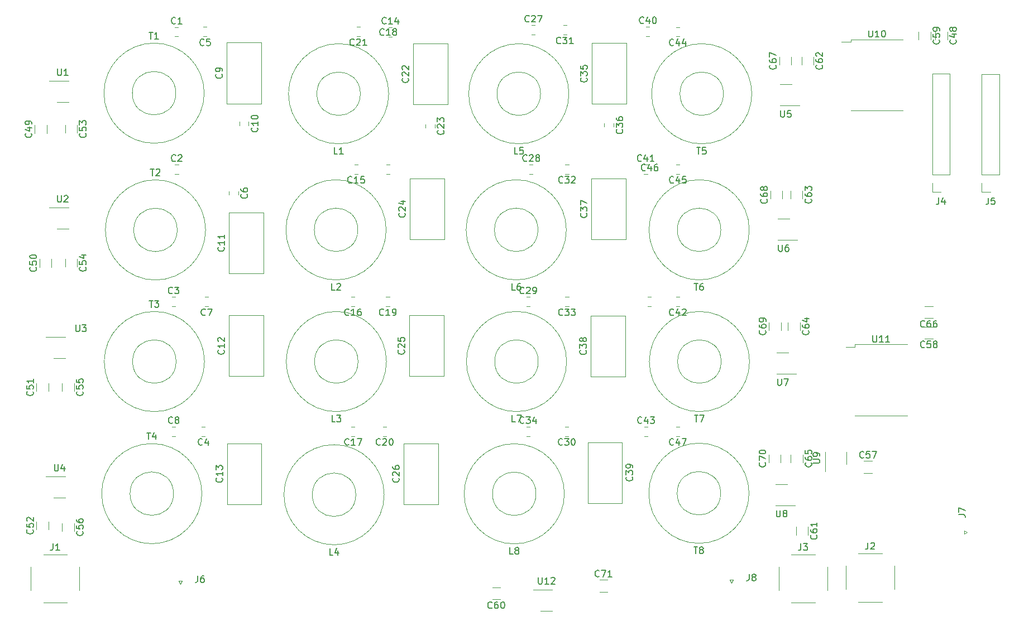
<source format=gbr>
G04 #@! TF.GenerationSoftware,KiCad,Pcbnew,(5.1.10)-1*
G04 #@! TF.CreationDate,2021-09-09T12:48:54+02:00*
G04 #@! TF.ProjectId,bandfilter,62616e64-6669-46c7-9465-722e6b696361,rev?*
G04 #@! TF.SameCoordinates,Original*
G04 #@! TF.FileFunction,Legend,Top*
G04 #@! TF.FilePolarity,Positive*
%FSLAX46Y46*%
G04 Gerber Fmt 4.6, Leading zero omitted, Abs format (unit mm)*
G04 Created by KiCad (PCBNEW (5.1.10)-1) date 2021-09-09 12:48:54*
%MOMM*%
%LPD*%
G01*
G04 APERTURE LIST*
%ADD10C,0.120000*%
%ADD11C,0.150000*%
G04 APERTURE END LIST*
D10*
X146717936Y-107675000D02*
X147922064Y-107675000D01*
X146717936Y-109495000D02*
X147922064Y-109495000D01*
X131666064Y-110638000D02*
X130461936Y-110638000D01*
X131666064Y-108818000D02*
X130461936Y-108818000D01*
X137784000Y-112354000D02*
X139584000Y-112354000D01*
X139584000Y-109134000D02*
X136634000Y-109134000D01*
X195114500Y-24480436D02*
X195114500Y-25684564D01*
X196934500Y-24480436D02*
X196934500Y-25684564D01*
X197261564Y-69257500D02*
X196057436Y-69257500D01*
X197261564Y-71077500D02*
X196057436Y-71077500D01*
X185470500Y-71943000D02*
X185470500Y-72343000D01*
X185470500Y-72343000D02*
X184070500Y-72343000D01*
X185470500Y-71943000D02*
X193370500Y-71943000D01*
X185470500Y-82743000D02*
X193370500Y-82743000D01*
X184835500Y-25651500D02*
X184835500Y-26051500D01*
X184835500Y-26051500D02*
X183435500Y-26051500D01*
X184835500Y-25651500D02*
X192735500Y-25651500D01*
X184835500Y-36451500D02*
X192735500Y-36451500D01*
X90537040Y-51932460D02*
X95777040Y-51932460D01*
X90537040Y-61172460D02*
X95777040Y-61172460D01*
X95777040Y-61172460D02*
X95777040Y-51932460D01*
X90537040Y-61172460D02*
X90537040Y-51932460D01*
X90539500Y-48727728D02*
X90539500Y-49250232D01*
X91959500Y-48727728D02*
X91959500Y-49250232D01*
X186824536Y-91453380D02*
X188028664Y-91453380D01*
X186824536Y-89633380D02*
X188028664Y-89633380D01*
X82130440Y-94588320D02*
G75*
G03*
X82130440Y-94588320I-3300000J0D01*
G01*
X86430440Y-94588320D02*
G75*
G03*
X86430440Y-94588320I-7600000J0D01*
G01*
X114075800Y-94753440D02*
G75*
G03*
X114075800Y-94753440I-7600000J0D01*
G01*
X109775800Y-94753440D02*
G75*
G03*
X109775800Y-94753440I-3300000J0D01*
G01*
X206019400Y-48802600D02*
X204689400Y-48802600D01*
X204689400Y-48802600D02*
X204689400Y-47472600D01*
X204689400Y-46202600D02*
X204689400Y-30902600D01*
X207349400Y-30902600D02*
X204689400Y-30902600D01*
X207349400Y-46202600D02*
X207349400Y-30902600D01*
X207349400Y-46202600D02*
X204689400Y-46202600D01*
X197654500Y-24480436D02*
X197654500Y-25684564D01*
X199474500Y-24480436D02*
X199474500Y-25684564D01*
X175870440Y-32492040D02*
X174070440Y-32492040D01*
X174070440Y-35712040D02*
X177020440Y-35712040D01*
X199841160Y-46197520D02*
X197181160Y-46197520D01*
X199841160Y-46197520D02*
X199841160Y-30897520D01*
X199841160Y-30897520D02*
X197181160Y-30897520D01*
X197181160Y-46197520D02*
X197181160Y-30897520D01*
X197181160Y-48797520D02*
X197181160Y-47467520D01*
X198511160Y-48797520D02*
X197181160Y-48797520D01*
X110461600Y-33904140D02*
G75*
G03*
X110461600Y-33904140I-3300000J0D01*
G01*
X114761600Y-33904140D02*
G75*
G03*
X114761600Y-33904140I-7600000J0D01*
G01*
X142083840Y-33904140D02*
G75*
G03*
X142083840Y-33904140I-7600000J0D01*
G01*
X137783840Y-33904140D02*
G75*
G03*
X137783840Y-33904140I-3300000J0D01*
G01*
X90206840Y-35388920D02*
X90206840Y-26148920D01*
X95446840Y-35388920D02*
X95446840Y-26148920D01*
X90206840Y-35388920D02*
X95446840Y-35388920D01*
X90206840Y-26148920D02*
X95446840Y-26148920D01*
X118477040Y-35541320D02*
X118477040Y-26301320D01*
X123717040Y-35541320D02*
X123717040Y-26301320D01*
X118477040Y-35541320D02*
X123717040Y-35541320D01*
X118477040Y-26301320D02*
X123717040Y-26301320D01*
X145533120Y-35470200D02*
X145533120Y-26230200D01*
X150773120Y-35470200D02*
X150773120Y-26230200D01*
X145533120Y-35470200D02*
X150773120Y-35470200D01*
X145533120Y-26230200D02*
X150773120Y-26230200D01*
X117953800Y-56008640D02*
X117953800Y-46768640D01*
X123193800Y-56008640D02*
X123193800Y-46768640D01*
X117953800Y-56008640D02*
X123193800Y-56008640D01*
X117953800Y-46768640D02*
X123193800Y-46768640D01*
X145507720Y-46778800D02*
X150747720Y-46778800D01*
X145507720Y-56018800D02*
X150747720Y-56018800D01*
X150747720Y-56018800D02*
X150747720Y-46778800D01*
X145507720Y-56018800D02*
X145507720Y-46778800D01*
X90537040Y-76780760D02*
X90537040Y-67540760D01*
X95777040Y-76780760D02*
X95777040Y-67540760D01*
X90537040Y-76780760D02*
X95777040Y-76780760D01*
X90537040Y-67540760D02*
X95777040Y-67540760D01*
X117847120Y-67535680D02*
X123087120Y-67535680D01*
X117847120Y-76775680D02*
X123087120Y-76775680D01*
X123087120Y-76775680D02*
X123087120Y-67535680D01*
X117847120Y-76775680D02*
X117847120Y-67535680D01*
X145421360Y-67571240D02*
X150661360Y-67571240D01*
X145421360Y-76811240D02*
X150661360Y-76811240D01*
X150661360Y-76811240D02*
X150661360Y-67571240D01*
X145421360Y-76811240D02*
X145421360Y-67571240D01*
X114375520Y-54555240D02*
G75*
G03*
X114375520Y-54555240I-7600000J0D01*
G01*
X110075520Y-54555240D02*
G75*
G03*
X110075520Y-54555240I-3300000J0D01*
G01*
X137397760Y-54555240D02*
G75*
G03*
X137397760Y-54555240I-3300000J0D01*
G01*
X141697760Y-54555240D02*
G75*
G03*
X141697760Y-54555240I-7600000J0D01*
G01*
X110116160Y-74542640D02*
G75*
G03*
X110116160Y-74542640I-3300000J0D01*
G01*
X114416160Y-74542640D02*
G75*
G03*
X114416160Y-74542640I-7600000J0D01*
G01*
X141738400Y-74542640D02*
G75*
G03*
X141738400Y-74542640I-7600000J0D01*
G01*
X137438400Y-74542640D02*
G75*
G03*
X137438400Y-74542640I-3300000J0D01*
G01*
X86780960Y-33816280D02*
G75*
G03*
X86780960Y-33816280I-7600000J0D01*
G01*
X82480960Y-33816280D02*
G75*
G03*
X82480960Y-33816280I-3300000J0D01*
G01*
X169820640Y-33904140D02*
G75*
G03*
X169820640Y-33904140I-7600000J0D01*
G01*
X165520640Y-33904140D02*
G75*
G03*
X165520640Y-33904140I-3300000J0D01*
G01*
X86994320Y-54568080D02*
G75*
G03*
X86994320Y-54568080I-7600000J0D01*
G01*
X82694320Y-54568080D02*
G75*
G03*
X82694320Y-54568080I-3300000J0D01*
G01*
X165134560Y-54555240D02*
G75*
G03*
X165134560Y-54555240I-3300000J0D01*
G01*
X169434560Y-54555240D02*
G75*
G03*
X169434560Y-54555240I-7600000J0D01*
G01*
X86821600Y-74542640D02*
G75*
G03*
X86821600Y-74542640I-7600000J0D01*
G01*
X82521600Y-74542640D02*
G75*
G03*
X82521600Y-74542640I-3300000J0D01*
G01*
X165175200Y-74542640D02*
G75*
G03*
X165175200Y-74542640I-3300000J0D01*
G01*
X169475200Y-74542640D02*
G75*
G03*
X169475200Y-74542640I-7600000J0D01*
G01*
X90242400Y-86968320D02*
X95482400Y-86968320D01*
X90242400Y-96208320D02*
X95482400Y-96208320D01*
X95482400Y-96208320D02*
X95482400Y-86968320D01*
X90242400Y-96208320D02*
X90242400Y-86968320D01*
X117024160Y-96208320D02*
X117024160Y-86968320D01*
X122264160Y-96208320D02*
X122264160Y-86968320D01*
X117024160Y-96208320D02*
X122264160Y-96208320D01*
X117024160Y-86968320D02*
X122264160Y-86968320D01*
X150178760Y-86780000D02*
X150178760Y-96020000D01*
X144938760Y-86780000D02*
X144938760Y-96020000D01*
X150178760Y-86780000D02*
X144938760Y-86780000D01*
X150178760Y-96020000D02*
X144938760Y-96020000D01*
X60510880Y-105682640D02*
X60510880Y-109282640D01*
X67870880Y-105682640D02*
X67870880Y-109282640D01*
X62390880Y-111162640D02*
X65990880Y-111162640D01*
X62390880Y-103802640D02*
X65990880Y-103802640D01*
X184081880Y-105520080D02*
X184081880Y-109120080D01*
X191441880Y-105520080D02*
X191441880Y-109120080D01*
X185961880Y-111000080D02*
X189561880Y-111000080D01*
X185961880Y-103640080D02*
X189561880Y-103640080D01*
X175801880Y-103802640D02*
X179401880Y-103802640D01*
X175801880Y-111162640D02*
X179401880Y-111162640D01*
X181281880Y-105682640D02*
X181281880Y-109282640D01*
X173921880Y-105682640D02*
X173921880Y-109282640D01*
X137098040Y-94611200D02*
G75*
G03*
X137098040Y-94611200I-3300000J0D01*
G01*
X141398040Y-94611200D02*
G75*
G03*
X141398040Y-94611200I-7600000J0D01*
G01*
X169399000Y-94529920D02*
G75*
G03*
X169399000Y-94529920I-7600000J0D01*
G01*
X165099000Y-94529920D02*
G75*
G03*
X165099000Y-94529920I-3300000J0D01*
G01*
X64413560Y-35188800D02*
X66213560Y-35188800D01*
X66213560Y-31968800D02*
X63263560Y-31968800D01*
X64413560Y-54406440D02*
X66213560Y-54406440D01*
X66213560Y-51186440D02*
X63263560Y-51186440D01*
X65746200Y-70820640D02*
X62796200Y-70820640D01*
X63946200Y-74040640D02*
X65746200Y-74040640D01*
X63946200Y-95219160D02*
X65746200Y-95219160D01*
X65746200Y-91999160D02*
X62796200Y-91999160D01*
X173740240Y-56087920D02*
X176690240Y-56087920D01*
X175540240Y-52867920D02*
X173740240Y-52867920D01*
X173603080Y-76407920D02*
X176553080Y-76407920D01*
X175403080Y-73187920D02*
X173603080Y-73187920D01*
X173425280Y-96372320D02*
X176375280Y-96372320D01*
X175225280Y-93152320D02*
X173425280Y-93152320D01*
X184175040Y-90089560D02*
X184175040Y-88289560D01*
X180955040Y-88289560D02*
X180955040Y-91239560D01*
X82334468Y-23795920D02*
X82856972Y-23795920D01*
X82334468Y-25215920D02*
X82856972Y-25215920D01*
X82354788Y-44654400D02*
X82877292Y-44654400D01*
X82354788Y-46074400D02*
X82877292Y-46074400D01*
X81887428Y-64740720D02*
X82409932Y-64740720D01*
X81887428Y-66160720D02*
X82409932Y-66160720D01*
X86931132Y-84430800D02*
X86408628Y-84430800D01*
X86931132Y-85850800D02*
X86408628Y-85850800D01*
X87185132Y-23780680D02*
X86662628Y-23780680D01*
X87185132Y-25200680D02*
X86662628Y-25200680D01*
X87383252Y-66160720D02*
X86860748Y-66160720D01*
X87383252Y-64740720D02*
X86860748Y-64740720D01*
X81887428Y-84430800D02*
X82409932Y-84430800D01*
X81887428Y-85850800D02*
X82409932Y-85850800D01*
X92116840Y-38174028D02*
X92116840Y-38696532D01*
X93536840Y-38174028D02*
X93536840Y-38696532D01*
X114749948Y-23806080D02*
X115272452Y-23806080D01*
X114749948Y-25226080D02*
X115272452Y-25226080D01*
X110080692Y-46074400D02*
X109558188Y-46074400D01*
X110080692Y-44654400D02*
X109558188Y-44654400D01*
X109613332Y-66160720D02*
X109090828Y-66160720D01*
X109613332Y-64740720D02*
X109090828Y-64740720D01*
X109613332Y-84430800D02*
X109090828Y-84430800D01*
X109613332Y-85850800D02*
X109090828Y-85850800D01*
X114942252Y-44654400D02*
X114419748Y-44654400D01*
X114942252Y-46074400D02*
X114419748Y-46074400D01*
X114886372Y-64740720D02*
X114363868Y-64740720D01*
X114886372Y-66160720D02*
X114363868Y-66160720D01*
X114398692Y-85850800D02*
X113876188Y-85850800D01*
X114398692Y-84430800D02*
X113876188Y-84430800D01*
X110410892Y-23755280D02*
X109888388Y-23755280D01*
X110410892Y-25175280D02*
X109888388Y-25175280D01*
X121756240Y-38555028D02*
X121756240Y-39077532D01*
X120336240Y-38555028D02*
X120336240Y-39077532D01*
X136436468Y-24926360D02*
X136958972Y-24926360D01*
X136436468Y-23506360D02*
X136958972Y-23506360D01*
X136106268Y-46074400D02*
X136628772Y-46074400D01*
X136106268Y-44654400D02*
X136628772Y-44654400D01*
X135638908Y-64740720D02*
X136161412Y-64740720D01*
X135638908Y-66160720D02*
X136161412Y-66160720D01*
X142018652Y-85850800D02*
X141496148Y-85850800D01*
X142018652Y-84430800D02*
X141496148Y-84430800D01*
X141739252Y-24926360D02*
X141216748Y-24926360D01*
X141739252Y-23506360D02*
X141216748Y-23506360D01*
X142054212Y-46074400D02*
X141531708Y-46074400D01*
X142054212Y-44654400D02*
X141531708Y-44654400D01*
X142064372Y-64740720D02*
X141541868Y-64740720D01*
X142064372Y-66160720D02*
X141541868Y-66160720D01*
X135638908Y-85850800D02*
X136161412Y-85850800D01*
X135638908Y-84430800D02*
X136161412Y-84430800D01*
X147443120Y-38411628D02*
X147443120Y-38934132D01*
X148863120Y-38411628D02*
X148863120Y-38934132D01*
X153802582Y-23740040D02*
X154319738Y-23740040D01*
X153802582Y-25160040D02*
X154319738Y-25160040D01*
X153472382Y-46074400D02*
X153989538Y-46074400D01*
X153472382Y-44654400D02*
X153989538Y-44654400D01*
X158856178Y-66160720D02*
X158339022Y-66160720D01*
X158856178Y-64740720D02*
X158339022Y-64740720D01*
X153523182Y-84430800D02*
X154040338Y-84430800D01*
X153523182Y-85850800D02*
X154040338Y-85850800D01*
X158856178Y-23790840D02*
X158339022Y-23790840D01*
X158856178Y-25210840D02*
X158339022Y-25210840D01*
X158856178Y-46074400D02*
X158339022Y-46074400D01*
X158856178Y-44654400D02*
X158339022Y-44654400D01*
X154061662Y-66160720D02*
X154578818Y-66160720D01*
X154061662Y-64740720D02*
X154578818Y-64740720D01*
X158856178Y-84430800D02*
X158339022Y-84430800D01*
X158856178Y-85850800D02*
X158339022Y-85850800D01*
X62916480Y-39880624D02*
X62916480Y-38676496D01*
X61096480Y-39880624D02*
X61096480Y-38676496D01*
X61797520Y-60195544D02*
X61797520Y-58991416D01*
X63617520Y-60195544D02*
X63617520Y-58991416D01*
X63150160Y-79043784D02*
X63150160Y-77839656D01*
X61330160Y-79043784D02*
X61330160Y-77839656D01*
X61330160Y-100027824D02*
X61330160Y-98823696D01*
X63150160Y-100027824D02*
X63150160Y-98823696D01*
X67518960Y-38666336D02*
X67518960Y-39870464D01*
X65698960Y-38666336D02*
X65698960Y-39870464D01*
X65698960Y-58955856D02*
X65698960Y-60159984D01*
X67518960Y-58955856D02*
X67518960Y-60159984D01*
X65231600Y-77839656D02*
X65231600Y-79043784D01*
X67051600Y-77839656D02*
X67051600Y-79043784D01*
X65231600Y-99067536D02*
X65231600Y-100271664D01*
X67051600Y-99067536D02*
X67051600Y-100271664D01*
X178354400Y-99631416D02*
X178354400Y-100835544D01*
X176534400Y-99631416D02*
X176534400Y-100835544D01*
X179187520Y-28303136D02*
X179187520Y-29507264D01*
X177367520Y-28303136D02*
X177367520Y-29507264D01*
X175706360Y-48633296D02*
X175706360Y-49837424D01*
X177526360Y-48633296D02*
X177526360Y-49837424D01*
X177130120Y-68597696D02*
X177130120Y-69801824D01*
X175310120Y-68597696D02*
X175310120Y-69801824D01*
X177546680Y-88643376D02*
X177546680Y-89847504D01*
X175726680Y-88643376D02*
X175726680Y-89847504D01*
X197261564Y-66146000D02*
X196057436Y-66146000D01*
X197261564Y-67966000D02*
X196057436Y-67966000D01*
X173974080Y-29522504D02*
X173974080Y-28318376D01*
X175794080Y-29522504D02*
X175794080Y-28318376D01*
X174452960Y-49862824D02*
X174452960Y-48658696D01*
X172632960Y-49862824D02*
X172632960Y-48658696D01*
X172409440Y-69796744D02*
X172409440Y-68592616D01*
X174229440Y-69796744D02*
X174229440Y-68592616D01*
X174214200Y-89847504D02*
X174214200Y-88643376D01*
X172394200Y-89847504D02*
X172394200Y-88643376D01*
X82889280Y-107851880D02*
X83139280Y-108351880D01*
X83389280Y-107851880D02*
X82889280Y-107851880D01*
X83139280Y-108351880D02*
X83389280Y-107851880D01*
X201999520Y-100686680D02*
X202499520Y-100436680D01*
X201999520Y-100186680D02*
X201999520Y-100686680D01*
X202499520Y-100436680D02*
X201999520Y-100186680D01*
X166751000Y-108118200D02*
X167001000Y-107618200D01*
X167001000Y-107618200D02*
X166501000Y-107618200D01*
X166501000Y-107618200D02*
X166751000Y-108118200D01*
D11*
X146677142Y-107122142D02*
X146629523Y-107169761D01*
X146486666Y-107217380D01*
X146391428Y-107217380D01*
X146248571Y-107169761D01*
X146153333Y-107074523D01*
X146105714Y-106979285D01*
X146058095Y-106788809D01*
X146058095Y-106645952D01*
X146105714Y-106455476D01*
X146153333Y-106360238D01*
X146248571Y-106265000D01*
X146391428Y-106217380D01*
X146486666Y-106217380D01*
X146629523Y-106265000D01*
X146677142Y-106312619D01*
X147010476Y-106217380D02*
X147677142Y-106217380D01*
X147248571Y-107217380D01*
X148581904Y-107217380D02*
X148010476Y-107217380D01*
X148296190Y-107217380D02*
X148296190Y-106217380D01*
X148200952Y-106360238D01*
X148105714Y-106455476D01*
X148010476Y-106503095D01*
X130421142Y-111905142D02*
X130373523Y-111952761D01*
X130230666Y-112000380D01*
X130135428Y-112000380D01*
X129992571Y-111952761D01*
X129897333Y-111857523D01*
X129849714Y-111762285D01*
X129802095Y-111571809D01*
X129802095Y-111428952D01*
X129849714Y-111238476D01*
X129897333Y-111143238D01*
X129992571Y-111048000D01*
X130135428Y-111000380D01*
X130230666Y-111000380D01*
X130373523Y-111048000D01*
X130421142Y-111095619D01*
X131278285Y-111000380D02*
X131087809Y-111000380D01*
X130992571Y-111048000D01*
X130944952Y-111095619D01*
X130849714Y-111238476D01*
X130802095Y-111428952D01*
X130802095Y-111809904D01*
X130849714Y-111905142D01*
X130897333Y-111952761D01*
X130992571Y-112000380D01*
X131183047Y-112000380D01*
X131278285Y-111952761D01*
X131325904Y-111905142D01*
X131373523Y-111809904D01*
X131373523Y-111571809D01*
X131325904Y-111476571D01*
X131278285Y-111428952D01*
X131183047Y-111381333D01*
X130992571Y-111381333D01*
X130897333Y-111428952D01*
X130849714Y-111476571D01*
X130802095Y-111571809D01*
X131992571Y-111000380D02*
X132087809Y-111000380D01*
X132183047Y-111048000D01*
X132230666Y-111095619D01*
X132278285Y-111190857D01*
X132325904Y-111381333D01*
X132325904Y-111619428D01*
X132278285Y-111809904D01*
X132230666Y-111905142D01*
X132183047Y-111952761D01*
X132087809Y-112000380D01*
X131992571Y-112000380D01*
X131897333Y-111952761D01*
X131849714Y-111905142D01*
X131802095Y-111809904D01*
X131754476Y-111619428D01*
X131754476Y-111381333D01*
X131802095Y-111190857D01*
X131849714Y-111095619D01*
X131897333Y-111048000D01*
X131992571Y-111000380D01*
X137445904Y-107296380D02*
X137445904Y-108105904D01*
X137493523Y-108201142D01*
X137541142Y-108248761D01*
X137636380Y-108296380D01*
X137826857Y-108296380D01*
X137922095Y-108248761D01*
X137969714Y-108201142D01*
X138017333Y-108105904D01*
X138017333Y-107296380D01*
X139017333Y-108296380D02*
X138445904Y-108296380D01*
X138731619Y-108296380D02*
X138731619Y-107296380D01*
X138636380Y-107439238D01*
X138541142Y-107534476D01*
X138445904Y-107582095D01*
X139398285Y-107391619D02*
X139445904Y-107344000D01*
X139541142Y-107296380D01*
X139779238Y-107296380D01*
X139874476Y-107344000D01*
X139922095Y-107391619D01*
X139969714Y-107486857D01*
X139969714Y-107582095D01*
X139922095Y-107724952D01*
X139350666Y-108296380D01*
X139969714Y-108296380D01*
X198201642Y-25725357D02*
X198249261Y-25772976D01*
X198296880Y-25915833D01*
X198296880Y-26011071D01*
X198249261Y-26153928D01*
X198154023Y-26249166D01*
X198058785Y-26296785D01*
X197868309Y-26344404D01*
X197725452Y-26344404D01*
X197534976Y-26296785D01*
X197439738Y-26249166D01*
X197344500Y-26153928D01*
X197296880Y-26011071D01*
X197296880Y-25915833D01*
X197344500Y-25772976D01*
X197392119Y-25725357D01*
X197296880Y-24820595D02*
X197296880Y-25296785D01*
X197773071Y-25344404D01*
X197725452Y-25296785D01*
X197677833Y-25201547D01*
X197677833Y-24963452D01*
X197725452Y-24868214D01*
X197773071Y-24820595D01*
X197868309Y-24772976D01*
X198106404Y-24772976D01*
X198201642Y-24820595D01*
X198249261Y-24868214D01*
X198296880Y-24963452D01*
X198296880Y-25201547D01*
X198249261Y-25296785D01*
X198201642Y-25344404D01*
X198296880Y-24296785D02*
X198296880Y-24106309D01*
X198249261Y-24011071D01*
X198201642Y-23963452D01*
X198058785Y-23868214D01*
X197868309Y-23820595D01*
X197487357Y-23820595D01*
X197392119Y-23868214D01*
X197344500Y-23915833D01*
X197296880Y-24011071D01*
X197296880Y-24201547D01*
X197344500Y-24296785D01*
X197392119Y-24344404D01*
X197487357Y-24392023D01*
X197725452Y-24392023D01*
X197820690Y-24344404D01*
X197868309Y-24296785D01*
X197915928Y-24201547D01*
X197915928Y-24011071D01*
X197868309Y-23915833D01*
X197820690Y-23868214D01*
X197725452Y-23820595D01*
X196016642Y-72344642D02*
X195969023Y-72392261D01*
X195826166Y-72439880D01*
X195730928Y-72439880D01*
X195588071Y-72392261D01*
X195492833Y-72297023D01*
X195445214Y-72201785D01*
X195397595Y-72011309D01*
X195397595Y-71868452D01*
X195445214Y-71677976D01*
X195492833Y-71582738D01*
X195588071Y-71487500D01*
X195730928Y-71439880D01*
X195826166Y-71439880D01*
X195969023Y-71487500D01*
X196016642Y-71535119D01*
X196921404Y-71439880D02*
X196445214Y-71439880D01*
X196397595Y-71916071D01*
X196445214Y-71868452D01*
X196540452Y-71820833D01*
X196778547Y-71820833D01*
X196873785Y-71868452D01*
X196921404Y-71916071D01*
X196969023Y-72011309D01*
X196969023Y-72249404D01*
X196921404Y-72344642D01*
X196873785Y-72392261D01*
X196778547Y-72439880D01*
X196540452Y-72439880D01*
X196445214Y-72392261D01*
X196397595Y-72344642D01*
X197540452Y-71868452D02*
X197445214Y-71820833D01*
X197397595Y-71773214D01*
X197349976Y-71677976D01*
X197349976Y-71630357D01*
X197397595Y-71535119D01*
X197445214Y-71487500D01*
X197540452Y-71439880D01*
X197730928Y-71439880D01*
X197826166Y-71487500D01*
X197873785Y-71535119D01*
X197921404Y-71630357D01*
X197921404Y-71677976D01*
X197873785Y-71773214D01*
X197826166Y-71820833D01*
X197730928Y-71868452D01*
X197540452Y-71868452D01*
X197445214Y-71916071D01*
X197397595Y-71963690D01*
X197349976Y-72058928D01*
X197349976Y-72249404D01*
X197397595Y-72344642D01*
X197445214Y-72392261D01*
X197540452Y-72439880D01*
X197730928Y-72439880D01*
X197826166Y-72392261D01*
X197873785Y-72344642D01*
X197921404Y-72249404D01*
X197921404Y-72058928D01*
X197873785Y-71963690D01*
X197826166Y-71916071D01*
X197730928Y-71868452D01*
X188182404Y-70595380D02*
X188182404Y-71404904D01*
X188230023Y-71500142D01*
X188277642Y-71547761D01*
X188372880Y-71595380D01*
X188563357Y-71595380D01*
X188658595Y-71547761D01*
X188706214Y-71500142D01*
X188753833Y-71404904D01*
X188753833Y-70595380D01*
X189753833Y-71595380D02*
X189182404Y-71595380D01*
X189468119Y-71595380D02*
X189468119Y-70595380D01*
X189372880Y-70738238D01*
X189277642Y-70833476D01*
X189182404Y-70881095D01*
X190706214Y-71595380D02*
X190134785Y-71595380D01*
X190420500Y-71595380D02*
X190420500Y-70595380D01*
X190325261Y-70738238D01*
X190230023Y-70833476D01*
X190134785Y-70881095D01*
X187547404Y-24303880D02*
X187547404Y-25113404D01*
X187595023Y-25208642D01*
X187642642Y-25256261D01*
X187737880Y-25303880D01*
X187928357Y-25303880D01*
X188023595Y-25256261D01*
X188071214Y-25208642D01*
X188118833Y-25113404D01*
X188118833Y-24303880D01*
X189118833Y-25303880D02*
X188547404Y-25303880D01*
X188833119Y-25303880D02*
X188833119Y-24303880D01*
X188737880Y-24446738D01*
X188642642Y-24541976D01*
X188547404Y-24589595D01*
X189737880Y-24303880D02*
X189833119Y-24303880D01*
X189928357Y-24351500D01*
X189975976Y-24399119D01*
X190023595Y-24494357D01*
X190071214Y-24684833D01*
X190071214Y-24922928D01*
X190023595Y-25113404D01*
X189975976Y-25208642D01*
X189928357Y-25256261D01*
X189833119Y-25303880D01*
X189737880Y-25303880D01*
X189642642Y-25256261D01*
X189595023Y-25208642D01*
X189547404Y-25113404D01*
X189499785Y-24922928D01*
X189499785Y-24684833D01*
X189547404Y-24494357D01*
X189595023Y-24399119D01*
X189642642Y-24351500D01*
X189737880Y-24303880D01*
X89764182Y-57195317D02*
X89811801Y-57242936D01*
X89859420Y-57385793D01*
X89859420Y-57481031D01*
X89811801Y-57623888D01*
X89716563Y-57719126D01*
X89621325Y-57766745D01*
X89430849Y-57814364D01*
X89287992Y-57814364D01*
X89097516Y-57766745D01*
X89002278Y-57719126D01*
X88907040Y-57623888D01*
X88859420Y-57481031D01*
X88859420Y-57385793D01*
X88907040Y-57242936D01*
X88954659Y-57195317D01*
X89859420Y-56242936D02*
X89859420Y-56814364D01*
X89859420Y-56528650D02*
X88859420Y-56528650D01*
X89002278Y-56623888D01*
X89097516Y-56719126D01*
X89145135Y-56814364D01*
X89859420Y-55290555D02*
X89859420Y-55861983D01*
X89859420Y-55576269D02*
X88859420Y-55576269D01*
X89002278Y-55671507D01*
X89097516Y-55766745D01*
X89145135Y-55861983D01*
X93256642Y-49155646D02*
X93304261Y-49203265D01*
X93351880Y-49346122D01*
X93351880Y-49441360D01*
X93304261Y-49584218D01*
X93209023Y-49679456D01*
X93113785Y-49727075D01*
X92923309Y-49774694D01*
X92780452Y-49774694D01*
X92589976Y-49727075D01*
X92494738Y-49679456D01*
X92399500Y-49584218D01*
X92351880Y-49441360D01*
X92351880Y-49346122D01*
X92399500Y-49203265D01*
X92447119Y-49155646D01*
X92351880Y-48298503D02*
X92351880Y-48488980D01*
X92399500Y-48584218D01*
X92447119Y-48631837D01*
X92589976Y-48727075D01*
X92780452Y-48774694D01*
X93161404Y-48774694D01*
X93256642Y-48727075D01*
X93304261Y-48679456D01*
X93351880Y-48584218D01*
X93351880Y-48393741D01*
X93304261Y-48298503D01*
X93256642Y-48250884D01*
X93161404Y-48203265D01*
X92923309Y-48203265D01*
X92828071Y-48250884D01*
X92780452Y-48298503D01*
X92732833Y-48393741D01*
X92732833Y-48584218D01*
X92780452Y-48679456D01*
X92828071Y-48727075D01*
X92923309Y-48774694D01*
X186783742Y-89080522D02*
X186736123Y-89128141D01*
X186593266Y-89175760D01*
X186498028Y-89175760D01*
X186355171Y-89128141D01*
X186259933Y-89032903D01*
X186212314Y-88937665D01*
X186164695Y-88747189D01*
X186164695Y-88604332D01*
X186212314Y-88413856D01*
X186259933Y-88318618D01*
X186355171Y-88223380D01*
X186498028Y-88175760D01*
X186593266Y-88175760D01*
X186736123Y-88223380D01*
X186783742Y-88270999D01*
X187688504Y-88175760D02*
X187212314Y-88175760D01*
X187164695Y-88651951D01*
X187212314Y-88604332D01*
X187307552Y-88556713D01*
X187545647Y-88556713D01*
X187640885Y-88604332D01*
X187688504Y-88651951D01*
X187736123Y-88747189D01*
X187736123Y-88985284D01*
X187688504Y-89080522D01*
X187640885Y-89128141D01*
X187545647Y-89175760D01*
X187307552Y-89175760D01*
X187212314Y-89128141D01*
X187164695Y-89080522D01*
X188069457Y-88175760D02*
X188736123Y-88175760D01*
X188307552Y-89175760D01*
X78068535Y-85340700D02*
X78639963Y-85340700D01*
X78354249Y-86340700D02*
X78354249Y-85340700D01*
X79401868Y-85674034D02*
X79401868Y-86340700D01*
X79163773Y-85293081D02*
X78925678Y-86007367D01*
X79544725Y-86007367D01*
X106309133Y-103905820D02*
X105832942Y-103905820D01*
X105832942Y-102905820D01*
X107071038Y-103239154D02*
X107071038Y-103905820D01*
X106832942Y-102858201D02*
X106594847Y-103572487D01*
X107213895Y-103572487D01*
X205686066Y-49694980D02*
X205686066Y-50409266D01*
X205638447Y-50552123D01*
X205543209Y-50647361D01*
X205400352Y-50694980D01*
X205305114Y-50694980D01*
X206638447Y-49694980D02*
X206162257Y-49694980D01*
X206114638Y-50171171D01*
X206162257Y-50123552D01*
X206257495Y-50075933D01*
X206495590Y-50075933D01*
X206590828Y-50123552D01*
X206638447Y-50171171D01*
X206686066Y-50266409D01*
X206686066Y-50504504D01*
X206638447Y-50599742D01*
X206590828Y-50647361D01*
X206495590Y-50694980D01*
X206257495Y-50694980D01*
X206162257Y-50647361D01*
X206114638Y-50599742D01*
X200741642Y-25725357D02*
X200789261Y-25772976D01*
X200836880Y-25915833D01*
X200836880Y-26011071D01*
X200789261Y-26153928D01*
X200694023Y-26249166D01*
X200598785Y-26296785D01*
X200408309Y-26344404D01*
X200265452Y-26344404D01*
X200074976Y-26296785D01*
X199979738Y-26249166D01*
X199884500Y-26153928D01*
X199836880Y-26011071D01*
X199836880Y-25915833D01*
X199884500Y-25772976D01*
X199932119Y-25725357D01*
X200170214Y-24868214D02*
X200836880Y-24868214D01*
X199789261Y-25106309D02*
X200503547Y-25344404D01*
X200503547Y-24725357D01*
X200265452Y-24201547D02*
X200217833Y-24296785D01*
X200170214Y-24344404D01*
X200074976Y-24392023D01*
X200027357Y-24392023D01*
X199932119Y-24344404D01*
X199884500Y-24296785D01*
X199836880Y-24201547D01*
X199836880Y-24011071D01*
X199884500Y-23915833D01*
X199932119Y-23868214D01*
X200027357Y-23820595D01*
X200074976Y-23820595D01*
X200170214Y-23868214D01*
X200217833Y-23915833D01*
X200265452Y-24011071D01*
X200265452Y-24201547D01*
X200313071Y-24296785D01*
X200360690Y-24344404D01*
X200455928Y-24392023D01*
X200646404Y-24392023D01*
X200741642Y-24344404D01*
X200789261Y-24296785D01*
X200836880Y-24201547D01*
X200836880Y-24011071D01*
X200789261Y-23915833D01*
X200741642Y-23868214D01*
X200646404Y-23820595D01*
X200455928Y-23820595D01*
X200360690Y-23868214D01*
X200313071Y-23915833D01*
X200265452Y-24011071D01*
X174208535Y-36454420D02*
X174208535Y-37263944D01*
X174256154Y-37359182D01*
X174303773Y-37406801D01*
X174399011Y-37454420D01*
X174589487Y-37454420D01*
X174684725Y-37406801D01*
X174732344Y-37359182D01*
X174779963Y-37263944D01*
X174779963Y-36454420D01*
X175732344Y-36454420D02*
X175256154Y-36454420D01*
X175208535Y-36930611D01*
X175256154Y-36882992D01*
X175351392Y-36835373D01*
X175589487Y-36835373D01*
X175684725Y-36882992D01*
X175732344Y-36930611D01*
X175779963Y-37025849D01*
X175779963Y-37263944D01*
X175732344Y-37359182D01*
X175684725Y-37406801D01*
X175589487Y-37454420D01*
X175351392Y-37454420D01*
X175256154Y-37406801D01*
X175208535Y-37359182D01*
X198177826Y-49689900D02*
X198177826Y-50404186D01*
X198130207Y-50547043D01*
X198034969Y-50642281D01*
X197892112Y-50689900D01*
X197796874Y-50689900D01*
X199082588Y-50023234D02*
X199082588Y-50689900D01*
X198844493Y-49642281D02*
X198606398Y-50356567D01*
X199225445Y-50356567D01*
X106994933Y-43056520D02*
X106518742Y-43056520D01*
X106518742Y-42056520D01*
X107852076Y-43056520D02*
X107280647Y-43056520D01*
X107566361Y-43056520D02*
X107566361Y-42056520D01*
X107471123Y-42199378D01*
X107375885Y-42294616D01*
X107280647Y-42342235D01*
X134317173Y-43056520D02*
X133840982Y-43056520D01*
X133840982Y-42056520D01*
X135126697Y-42056520D02*
X134650506Y-42056520D01*
X134602887Y-42532711D01*
X134650506Y-42485092D01*
X134745744Y-42437473D01*
X134983840Y-42437473D01*
X135079078Y-42485092D01*
X135126697Y-42532711D01*
X135174316Y-42627949D01*
X135174316Y-42866044D01*
X135126697Y-42961282D01*
X135079078Y-43008901D01*
X134983840Y-43056520D01*
X134745744Y-43056520D01*
X134650506Y-43008901D01*
X134602887Y-42961282D01*
X89433982Y-30935586D02*
X89481601Y-30983205D01*
X89529220Y-31126062D01*
X89529220Y-31221300D01*
X89481601Y-31364158D01*
X89386363Y-31459396D01*
X89291125Y-31507015D01*
X89100649Y-31554634D01*
X88957792Y-31554634D01*
X88767316Y-31507015D01*
X88672078Y-31459396D01*
X88576840Y-31364158D01*
X88529220Y-31221300D01*
X88529220Y-31126062D01*
X88576840Y-30983205D01*
X88624459Y-30935586D01*
X89529220Y-30459396D02*
X89529220Y-30268920D01*
X89481601Y-30173681D01*
X89433982Y-30126062D01*
X89291125Y-30030824D01*
X89100649Y-29983205D01*
X88719697Y-29983205D01*
X88624459Y-30030824D01*
X88576840Y-30078443D01*
X88529220Y-30173681D01*
X88529220Y-30364158D01*
X88576840Y-30459396D01*
X88624459Y-30507015D01*
X88719697Y-30554634D01*
X88957792Y-30554634D01*
X89053030Y-30507015D01*
X89100649Y-30459396D01*
X89148268Y-30364158D01*
X89148268Y-30173681D01*
X89100649Y-30078443D01*
X89053030Y-30030824D01*
X88957792Y-29983205D01*
X117704182Y-31564177D02*
X117751801Y-31611796D01*
X117799420Y-31754653D01*
X117799420Y-31849891D01*
X117751801Y-31992748D01*
X117656563Y-32087986D01*
X117561325Y-32135605D01*
X117370849Y-32183224D01*
X117227992Y-32183224D01*
X117037516Y-32135605D01*
X116942278Y-32087986D01*
X116847040Y-31992748D01*
X116799420Y-31849891D01*
X116799420Y-31754653D01*
X116847040Y-31611796D01*
X116894659Y-31564177D01*
X116894659Y-31183224D02*
X116847040Y-31135605D01*
X116799420Y-31040367D01*
X116799420Y-30802272D01*
X116847040Y-30707034D01*
X116894659Y-30659415D01*
X116989897Y-30611796D01*
X117085135Y-30611796D01*
X117227992Y-30659415D01*
X117799420Y-31230843D01*
X117799420Y-30611796D01*
X116894659Y-30230843D02*
X116847040Y-30183224D01*
X116799420Y-30087986D01*
X116799420Y-29849891D01*
X116847040Y-29754653D01*
X116894659Y-29707034D01*
X116989897Y-29659415D01*
X117085135Y-29659415D01*
X117227992Y-29707034D01*
X117799420Y-30278462D01*
X117799420Y-29659415D01*
X144760262Y-31493057D02*
X144807881Y-31540676D01*
X144855500Y-31683533D01*
X144855500Y-31778771D01*
X144807881Y-31921628D01*
X144712643Y-32016866D01*
X144617405Y-32064485D01*
X144426929Y-32112104D01*
X144284072Y-32112104D01*
X144093596Y-32064485D01*
X143998358Y-32016866D01*
X143903120Y-31921628D01*
X143855500Y-31778771D01*
X143855500Y-31683533D01*
X143903120Y-31540676D01*
X143950739Y-31493057D01*
X143855500Y-31159723D02*
X143855500Y-30540676D01*
X144236453Y-30874009D01*
X144236453Y-30731152D01*
X144284072Y-30635914D01*
X144331691Y-30588295D01*
X144426929Y-30540676D01*
X144665024Y-30540676D01*
X144760262Y-30588295D01*
X144807881Y-30635914D01*
X144855500Y-30731152D01*
X144855500Y-31016866D01*
X144807881Y-31112104D01*
X144760262Y-31159723D01*
X143855500Y-29635914D02*
X143855500Y-30112104D01*
X144331691Y-30159723D01*
X144284072Y-30112104D01*
X144236453Y-30016866D01*
X144236453Y-29778771D01*
X144284072Y-29683533D01*
X144331691Y-29635914D01*
X144426929Y-29588295D01*
X144665024Y-29588295D01*
X144760262Y-29635914D01*
X144807881Y-29683533D01*
X144855500Y-29778771D01*
X144855500Y-30016866D01*
X144807881Y-30112104D01*
X144760262Y-30159723D01*
X117180942Y-52031497D02*
X117228561Y-52079116D01*
X117276180Y-52221973D01*
X117276180Y-52317211D01*
X117228561Y-52460068D01*
X117133323Y-52555306D01*
X117038085Y-52602925D01*
X116847609Y-52650544D01*
X116704752Y-52650544D01*
X116514276Y-52602925D01*
X116419038Y-52555306D01*
X116323800Y-52460068D01*
X116276180Y-52317211D01*
X116276180Y-52221973D01*
X116323800Y-52079116D01*
X116371419Y-52031497D01*
X116371419Y-51650544D02*
X116323800Y-51602925D01*
X116276180Y-51507687D01*
X116276180Y-51269592D01*
X116323800Y-51174354D01*
X116371419Y-51126735D01*
X116466657Y-51079116D01*
X116561895Y-51079116D01*
X116704752Y-51126735D01*
X117276180Y-51698163D01*
X117276180Y-51079116D01*
X116609514Y-50221973D02*
X117276180Y-50221973D01*
X116228561Y-50460068D02*
X116942847Y-50698163D01*
X116942847Y-50079116D01*
X144734862Y-52041657D02*
X144782481Y-52089276D01*
X144830100Y-52232133D01*
X144830100Y-52327371D01*
X144782481Y-52470228D01*
X144687243Y-52565466D01*
X144592005Y-52613085D01*
X144401529Y-52660704D01*
X144258672Y-52660704D01*
X144068196Y-52613085D01*
X143972958Y-52565466D01*
X143877720Y-52470228D01*
X143830100Y-52327371D01*
X143830100Y-52232133D01*
X143877720Y-52089276D01*
X143925339Y-52041657D01*
X143830100Y-51708323D02*
X143830100Y-51089276D01*
X144211053Y-51422609D01*
X144211053Y-51279752D01*
X144258672Y-51184514D01*
X144306291Y-51136895D01*
X144401529Y-51089276D01*
X144639624Y-51089276D01*
X144734862Y-51136895D01*
X144782481Y-51184514D01*
X144830100Y-51279752D01*
X144830100Y-51565466D01*
X144782481Y-51660704D01*
X144734862Y-51708323D01*
X143830100Y-50755942D02*
X143830100Y-50089276D01*
X144830100Y-50517847D01*
X89764182Y-72803617D02*
X89811801Y-72851236D01*
X89859420Y-72994093D01*
X89859420Y-73089331D01*
X89811801Y-73232188D01*
X89716563Y-73327426D01*
X89621325Y-73375045D01*
X89430849Y-73422664D01*
X89287992Y-73422664D01*
X89097516Y-73375045D01*
X89002278Y-73327426D01*
X88907040Y-73232188D01*
X88859420Y-73089331D01*
X88859420Y-72994093D01*
X88907040Y-72851236D01*
X88954659Y-72803617D01*
X89859420Y-71851236D02*
X89859420Y-72422664D01*
X89859420Y-72136950D02*
X88859420Y-72136950D01*
X89002278Y-72232188D01*
X89097516Y-72327426D01*
X89145135Y-72422664D01*
X88954659Y-71470283D02*
X88907040Y-71422664D01*
X88859420Y-71327426D01*
X88859420Y-71089331D01*
X88907040Y-70994093D01*
X88954659Y-70946474D01*
X89049897Y-70898855D01*
X89145135Y-70898855D01*
X89287992Y-70946474D01*
X89859420Y-71517902D01*
X89859420Y-70898855D01*
X117074262Y-72798537D02*
X117121881Y-72846156D01*
X117169500Y-72989013D01*
X117169500Y-73084251D01*
X117121881Y-73227108D01*
X117026643Y-73322346D01*
X116931405Y-73369965D01*
X116740929Y-73417584D01*
X116598072Y-73417584D01*
X116407596Y-73369965D01*
X116312358Y-73322346D01*
X116217120Y-73227108D01*
X116169500Y-73084251D01*
X116169500Y-72989013D01*
X116217120Y-72846156D01*
X116264739Y-72798537D01*
X116264739Y-72417584D02*
X116217120Y-72369965D01*
X116169500Y-72274727D01*
X116169500Y-72036632D01*
X116217120Y-71941394D01*
X116264739Y-71893775D01*
X116359977Y-71846156D01*
X116455215Y-71846156D01*
X116598072Y-71893775D01*
X117169500Y-72465203D01*
X117169500Y-71846156D01*
X116169500Y-70941394D02*
X116169500Y-71417584D01*
X116645691Y-71465203D01*
X116598072Y-71417584D01*
X116550453Y-71322346D01*
X116550453Y-71084251D01*
X116598072Y-70989013D01*
X116645691Y-70941394D01*
X116740929Y-70893775D01*
X116979024Y-70893775D01*
X117074262Y-70941394D01*
X117121881Y-70989013D01*
X117169500Y-71084251D01*
X117169500Y-71322346D01*
X117121881Y-71417584D01*
X117074262Y-71465203D01*
X144648502Y-72834097D02*
X144696121Y-72881716D01*
X144743740Y-73024573D01*
X144743740Y-73119811D01*
X144696121Y-73262668D01*
X144600883Y-73357906D01*
X144505645Y-73405525D01*
X144315169Y-73453144D01*
X144172312Y-73453144D01*
X143981836Y-73405525D01*
X143886598Y-73357906D01*
X143791360Y-73262668D01*
X143743740Y-73119811D01*
X143743740Y-73024573D01*
X143791360Y-72881716D01*
X143838979Y-72834097D01*
X143743740Y-72500763D02*
X143743740Y-71881716D01*
X144124693Y-72215049D01*
X144124693Y-72072192D01*
X144172312Y-71976954D01*
X144219931Y-71929335D01*
X144315169Y-71881716D01*
X144553264Y-71881716D01*
X144648502Y-71929335D01*
X144696121Y-71976954D01*
X144743740Y-72072192D01*
X144743740Y-72357906D01*
X144696121Y-72453144D01*
X144648502Y-72500763D01*
X144172312Y-71310287D02*
X144124693Y-71405525D01*
X144077074Y-71453144D01*
X143981836Y-71500763D01*
X143934217Y-71500763D01*
X143838979Y-71453144D01*
X143791360Y-71405525D01*
X143743740Y-71310287D01*
X143743740Y-71119811D01*
X143791360Y-71024573D01*
X143838979Y-70976954D01*
X143934217Y-70929335D01*
X143981836Y-70929335D01*
X144077074Y-70976954D01*
X144124693Y-71024573D01*
X144172312Y-71119811D01*
X144172312Y-71310287D01*
X144219931Y-71405525D01*
X144267550Y-71453144D01*
X144362788Y-71500763D01*
X144553264Y-71500763D01*
X144648502Y-71453144D01*
X144696121Y-71405525D01*
X144743740Y-71310287D01*
X144743740Y-71119811D01*
X144696121Y-71024573D01*
X144648502Y-70976954D01*
X144553264Y-70929335D01*
X144362788Y-70929335D01*
X144267550Y-70976954D01*
X144219931Y-71024573D01*
X144172312Y-71119811D01*
X106608853Y-63707620D02*
X106132662Y-63707620D01*
X106132662Y-62707620D01*
X106894567Y-62802859D02*
X106942186Y-62755240D01*
X107037424Y-62707620D01*
X107275520Y-62707620D01*
X107370758Y-62755240D01*
X107418377Y-62802859D01*
X107465996Y-62898097D01*
X107465996Y-62993335D01*
X107418377Y-63136192D01*
X106846948Y-63707620D01*
X107465996Y-63707620D01*
X133931093Y-63707620D02*
X133454902Y-63707620D01*
X133454902Y-62707620D01*
X134692998Y-62707620D02*
X134502521Y-62707620D01*
X134407283Y-62755240D01*
X134359664Y-62802859D01*
X134264426Y-62945716D01*
X134216807Y-63136192D01*
X134216807Y-63517144D01*
X134264426Y-63612382D01*
X134312045Y-63660001D01*
X134407283Y-63707620D01*
X134597760Y-63707620D01*
X134692998Y-63660001D01*
X134740617Y-63612382D01*
X134788236Y-63517144D01*
X134788236Y-63279049D01*
X134740617Y-63183811D01*
X134692998Y-63136192D01*
X134597760Y-63088573D01*
X134407283Y-63088573D01*
X134312045Y-63136192D01*
X134264426Y-63183811D01*
X134216807Y-63279049D01*
X106649493Y-83695020D02*
X106173302Y-83695020D01*
X106173302Y-82695020D01*
X106887588Y-82695020D02*
X107506636Y-82695020D01*
X107173302Y-83075973D01*
X107316160Y-83075973D01*
X107411398Y-83123592D01*
X107459017Y-83171211D01*
X107506636Y-83266449D01*
X107506636Y-83504544D01*
X107459017Y-83599782D01*
X107411398Y-83647401D01*
X107316160Y-83695020D01*
X107030445Y-83695020D01*
X106935207Y-83647401D01*
X106887588Y-83599782D01*
X133971733Y-83695020D02*
X133495542Y-83695020D01*
X133495542Y-82695020D01*
X134209828Y-82695020D02*
X134876495Y-82695020D01*
X134447923Y-83695020D01*
X78419055Y-24568660D02*
X78990483Y-24568660D01*
X78704769Y-25568660D02*
X78704769Y-24568660D01*
X79847626Y-25568660D02*
X79276198Y-25568660D01*
X79561912Y-25568660D02*
X79561912Y-24568660D01*
X79466674Y-24711518D01*
X79371436Y-24806756D01*
X79276198Y-24854375D01*
X161458735Y-42056520D02*
X162030163Y-42056520D01*
X161744449Y-43056520D02*
X161744449Y-42056520D01*
X162839687Y-42056520D02*
X162363497Y-42056520D01*
X162315878Y-42532711D01*
X162363497Y-42485092D01*
X162458735Y-42437473D01*
X162696830Y-42437473D01*
X162792068Y-42485092D01*
X162839687Y-42532711D01*
X162887306Y-42627949D01*
X162887306Y-42866044D01*
X162839687Y-42961282D01*
X162792068Y-43008901D01*
X162696830Y-43056520D01*
X162458735Y-43056520D01*
X162363497Y-43008901D01*
X162315878Y-42961282D01*
X78632415Y-45320460D02*
X79203843Y-45320460D01*
X78918129Y-46320460D02*
X78918129Y-45320460D01*
X79489558Y-45415699D02*
X79537177Y-45368080D01*
X79632415Y-45320460D01*
X79870510Y-45320460D01*
X79965748Y-45368080D01*
X80013367Y-45415699D01*
X80060986Y-45510937D01*
X80060986Y-45606175D01*
X80013367Y-45749032D01*
X79441939Y-46320460D01*
X80060986Y-46320460D01*
X161072655Y-62707620D02*
X161644083Y-62707620D01*
X161358369Y-63707620D02*
X161358369Y-62707620D01*
X162405988Y-62707620D02*
X162215512Y-62707620D01*
X162120274Y-62755240D01*
X162072655Y-62802859D01*
X161977417Y-62945716D01*
X161929798Y-63136192D01*
X161929798Y-63517144D01*
X161977417Y-63612382D01*
X162025036Y-63660001D01*
X162120274Y-63707620D01*
X162310750Y-63707620D01*
X162405988Y-63660001D01*
X162453607Y-63612382D01*
X162501226Y-63517144D01*
X162501226Y-63279049D01*
X162453607Y-63183811D01*
X162405988Y-63136192D01*
X162310750Y-63088573D01*
X162120274Y-63088573D01*
X162025036Y-63136192D01*
X161977417Y-63183811D01*
X161929798Y-63279049D01*
X78459695Y-65295020D02*
X79031123Y-65295020D01*
X78745409Y-66295020D02*
X78745409Y-65295020D01*
X79269219Y-65295020D02*
X79888266Y-65295020D01*
X79554933Y-65675973D01*
X79697790Y-65675973D01*
X79793028Y-65723592D01*
X79840647Y-65771211D01*
X79888266Y-65866449D01*
X79888266Y-66104544D01*
X79840647Y-66199782D01*
X79793028Y-66247401D01*
X79697790Y-66295020D01*
X79412076Y-66295020D01*
X79316838Y-66247401D01*
X79269219Y-66199782D01*
X161113295Y-82695020D02*
X161684723Y-82695020D01*
X161399009Y-83695020D02*
X161399009Y-82695020D01*
X161922819Y-82695020D02*
X162589485Y-82695020D01*
X162160914Y-83695020D01*
X89469542Y-92231177D02*
X89517161Y-92278796D01*
X89564780Y-92421653D01*
X89564780Y-92516891D01*
X89517161Y-92659748D01*
X89421923Y-92754986D01*
X89326685Y-92802605D01*
X89136209Y-92850224D01*
X88993352Y-92850224D01*
X88802876Y-92802605D01*
X88707638Y-92754986D01*
X88612400Y-92659748D01*
X88564780Y-92516891D01*
X88564780Y-92421653D01*
X88612400Y-92278796D01*
X88660019Y-92231177D01*
X89564780Y-91278796D02*
X89564780Y-91850224D01*
X89564780Y-91564510D02*
X88564780Y-91564510D01*
X88707638Y-91659748D01*
X88802876Y-91754986D01*
X88850495Y-91850224D01*
X88564780Y-90945462D02*
X88564780Y-90326415D01*
X88945733Y-90659748D01*
X88945733Y-90516891D01*
X88993352Y-90421653D01*
X89040971Y-90374034D01*
X89136209Y-90326415D01*
X89374304Y-90326415D01*
X89469542Y-90374034D01*
X89517161Y-90421653D01*
X89564780Y-90516891D01*
X89564780Y-90802605D01*
X89517161Y-90897843D01*
X89469542Y-90945462D01*
X116251302Y-92231177D02*
X116298921Y-92278796D01*
X116346540Y-92421653D01*
X116346540Y-92516891D01*
X116298921Y-92659748D01*
X116203683Y-92754986D01*
X116108445Y-92802605D01*
X115917969Y-92850224D01*
X115775112Y-92850224D01*
X115584636Y-92802605D01*
X115489398Y-92754986D01*
X115394160Y-92659748D01*
X115346540Y-92516891D01*
X115346540Y-92421653D01*
X115394160Y-92278796D01*
X115441779Y-92231177D01*
X115441779Y-91850224D02*
X115394160Y-91802605D01*
X115346540Y-91707367D01*
X115346540Y-91469272D01*
X115394160Y-91374034D01*
X115441779Y-91326415D01*
X115537017Y-91278796D01*
X115632255Y-91278796D01*
X115775112Y-91326415D01*
X116346540Y-91897843D01*
X116346540Y-91278796D01*
X115346540Y-90421653D02*
X115346540Y-90612129D01*
X115394160Y-90707367D01*
X115441779Y-90754986D01*
X115584636Y-90850224D01*
X115775112Y-90897843D01*
X116156064Y-90897843D01*
X116251302Y-90850224D01*
X116298921Y-90802605D01*
X116346540Y-90707367D01*
X116346540Y-90516891D01*
X116298921Y-90421653D01*
X116251302Y-90374034D01*
X116156064Y-90326415D01*
X115917969Y-90326415D01*
X115822731Y-90374034D01*
X115775112Y-90421653D01*
X115727493Y-90516891D01*
X115727493Y-90707367D01*
X115775112Y-90802605D01*
X115822731Y-90850224D01*
X115917969Y-90897843D01*
X151665902Y-92042857D02*
X151713521Y-92090476D01*
X151761140Y-92233333D01*
X151761140Y-92328571D01*
X151713521Y-92471428D01*
X151618283Y-92566666D01*
X151523045Y-92614285D01*
X151332569Y-92661904D01*
X151189712Y-92661904D01*
X150999236Y-92614285D01*
X150903998Y-92566666D01*
X150808760Y-92471428D01*
X150761140Y-92328571D01*
X150761140Y-92233333D01*
X150808760Y-92090476D01*
X150856379Y-92042857D01*
X150761140Y-91709523D02*
X150761140Y-91090476D01*
X151142093Y-91423809D01*
X151142093Y-91280952D01*
X151189712Y-91185714D01*
X151237331Y-91138095D01*
X151332569Y-91090476D01*
X151570664Y-91090476D01*
X151665902Y-91138095D01*
X151713521Y-91185714D01*
X151761140Y-91280952D01*
X151761140Y-91566666D01*
X151713521Y-91661904D01*
X151665902Y-91709523D01*
X151761140Y-90614285D02*
X151761140Y-90423809D01*
X151713521Y-90328571D01*
X151665902Y-90280952D01*
X151523045Y-90185714D01*
X151332569Y-90138095D01*
X150951617Y-90138095D01*
X150856379Y-90185714D01*
X150808760Y-90233333D01*
X150761140Y-90328571D01*
X150761140Y-90519047D01*
X150808760Y-90614285D01*
X150856379Y-90661904D01*
X150951617Y-90709523D01*
X151189712Y-90709523D01*
X151284950Y-90661904D01*
X151332569Y-90614285D01*
X151380188Y-90519047D01*
X151380188Y-90328571D01*
X151332569Y-90233333D01*
X151284950Y-90185714D01*
X151189712Y-90138095D01*
X63857546Y-102185020D02*
X63857546Y-102899306D01*
X63809927Y-103042163D01*
X63714689Y-103137401D01*
X63571832Y-103185020D01*
X63476594Y-103185020D01*
X64857546Y-103185020D02*
X64286118Y-103185020D01*
X64571832Y-103185020D02*
X64571832Y-102185020D01*
X64476594Y-102327878D01*
X64381356Y-102423116D01*
X64286118Y-102470735D01*
X187428546Y-102022460D02*
X187428546Y-102736746D01*
X187380927Y-102879603D01*
X187285689Y-102974841D01*
X187142832Y-103022460D01*
X187047594Y-103022460D01*
X187857118Y-102117699D02*
X187904737Y-102070080D01*
X187999975Y-102022460D01*
X188238070Y-102022460D01*
X188333308Y-102070080D01*
X188380927Y-102117699D01*
X188428546Y-102212937D01*
X188428546Y-102308175D01*
X188380927Y-102451032D01*
X187809499Y-103022460D01*
X188428546Y-103022460D01*
X177268546Y-102185020D02*
X177268546Y-102899306D01*
X177220927Y-103042163D01*
X177125689Y-103137401D01*
X176982832Y-103185020D01*
X176887594Y-103185020D01*
X177649499Y-102185020D02*
X178268546Y-102185020D01*
X177935213Y-102565973D01*
X178078070Y-102565973D01*
X178173308Y-102613592D01*
X178220927Y-102661211D01*
X178268546Y-102756449D01*
X178268546Y-102994544D01*
X178220927Y-103089782D01*
X178173308Y-103137401D01*
X178078070Y-103185020D01*
X177792356Y-103185020D01*
X177697118Y-103137401D01*
X177649499Y-103089782D01*
X133631373Y-103763580D02*
X133155182Y-103763580D01*
X133155182Y-102763580D01*
X134107563Y-103192152D02*
X134012325Y-103144533D01*
X133964706Y-103096914D01*
X133917087Y-103001676D01*
X133917087Y-102954057D01*
X133964706Y-102858819D01*
X134012325Y-102811200D01*
X134107563Y-102763580D01*
X134298040Y-102763580D01*
X134393278Y-102811200D01*
X134440897Y-102858819D01*
X134488516Y-102954057D01*
X134488516Y-103001676D01*
X134440897Y-103096914D01*
X134393278Y-103144533D01*
X134298040Y-103192152D01*
X134107563Y-103192152D01*
X134012325Y-103239771D01*
X133964706Y-103287390D01*
X133917087Y-103382628D01*
X133917087Y-103573104D01*
X133964706Y-103668342D01*
X134012325Y-103715961D01*
X134107563Y-103763580D01*
X134298040Y-103763580D01*
X134393278Y-103715961D01*
X134440897Y-103668342D01*
X134488516Y-103573104D01*
X134488516Y-103382628D01*
X134440897Y-103287390D01*
X134393278Y-103239771D01*
X134298040Y-103192152D01*
X161037095Y-102682300D02*
X161608523Y-102682300D01*
X161322809Y-103682300D02*
X161322809Y-102682300D01*
X162084714Y-103110872D02*
X161989476Y-103063253D01*
X161941857Y-103015634D01*
X161894238Y-102920396D01*
X161894238Y-102872777D01*
X161941857Y-102777539D01*
X161989476Y-102729920D01*
X162084714Y-102682300D01*
X162275190Y-102682300D01*
X162370428Y-102729920D01*
X162418047Y-102777539D01*
X162465666Y-102872777D01*
X162465666Y-102920396D01*
X162418047Y-103015634D01*
X162370428Y-103063253D01*
X162275190Y-103110872D01*
X162084714Y-103110872D01*
X161989476Y-103158491D01*
X161941857Y-103206110D01*
X161894238Y-103301348D01*
X161894238Y-103491824D01*
X161941857Y-103587062D01*
X161989476Y-103634681D01*
X162084714Y-103682300D01*
X162275190Y-103682300D01*
X162370428Y-103634681D01*
X162418047Y-103587062D01*
X162465666Y-103491824D01*
X162465666Y-103301348D01*
X162418047Y-103206110D01*
X162370428Y-103158491D01*
X162275190Y-103110872D01*
X64551655Y-30131180D02*
X64551655Y-30940704D01*
X64599274Y-31035942D01*
X64646893Y-31083561D01*
X64742131Y-31131180D01*
X64932607Y-31131180D01*
X65027845Y-31083561D01*
X65075464Y-31035942D01*
X65123083Y-30940704D01*
X65123083Y-30131180D01*
X66123083Y-31131180D02*
X65551655Y-31131180D01*
X65837369Y-31131180D02*
X65837369Y-30131180D01*
X65742131Y-30274038D01*
X65646893Y-30369276D01*
X65551655Y-30416895D01*
X64551655Y-49348820D02*
X64551655Y-50158344D01*
X64599274Y-50253582D01*
X64646893Y-50301201D01*
X64742131Y-50348820D01*
X64932607Y-50348820D01*
X65027845Y-50301201D01*
X65075464Y-50253582D01*
X65123083Y-50158344D01*
X65123083Y-49348820D01*
X65551655Y-49444059D02*
X65599274Y-49396440D01*
X65694512Y-49348820D01*
X65932607Y-49348820D01*
X66027845Y-49396440D01*
X66075464Y-49444059D01*
X66123083Y-49539297D01*
X66123083Y-49634535D01*
X66075464Y-49777392D01*
X65504036Y-50348820D01*
X66123083Y-50348820D01*
X67321534Y-68983020D02*
X67321534Y-69792544D01*
X67369153Y-69887782D01*
X67416772Y-69935401D01*
X67512010Y-69983020D01*
X67702486Y-69983020D01*
X67797724Y-69935401D01*
X67845343Y-69887782D01*
X67892962Y-69792544D01*
X67892962Y-68983020D01*
X68273915Y-68983020D02*
X68892962Y-68983020D01*
X68559629Y-69363973D01*
X68702486Y-69363973D01*
X68797724Y-69411592D01*
X68845343Y-69459211D01*
X68892962Y-69554449D01*
X68892962Y-69792544D01*
X68845343Y-69887782D01*
X68797724Y-69935401D01*
X68702486Y-69983020D01*
X68416772Y-69983020D01*
X68321534Y-69935401D01*
X68273915Y-69887782D01*
X64084295Y-90161540D02*
X64084295Y-90971064D01*
X64131914Y-91066302D01*
X64179533Y-91113921D01*
X64274771Y-91161540D01*
X64465247Y-91161540D01*
X64560485Y-91113921D01*
X64608104Y-91066302D01*
X64655723Y-90971064D01*
X64655723Y-90161540D01*
X65560485Y-90494874D02*
X65560485Y-91161540D01*
X65322390Y-90113921D02*
X65084295Y-90828207D01*
X65703342Y-90828207D01*
X173878335Y-56830300D02*
X173878335Y-57639824D01*
X173925954Y-57735062D01*
X173973573Y-57782681D01*
X174068811Y-57830300D01*
X174259287Y-57830300D01*
X174354525Y-57782681D01*
X174402144Y-57735062D01*
X174449763Y-57639824D01*
X174449763Y-56830300D01*
X175354525Y-56830300D02*
X175164049Y-56830300D01*
X175068811Y-56877920D01*
X175021192Y-56925539D01*
X174925954Y-57068396D01*
X174878335Y-57258872D01*
X174878335Y-57639824D01*
X174925954Y-57735062D01*
X174973573Y-57782681D01*
X175068811Y-57830300D01*
X175259287Y-57830300D01*
X175354525Y-57782681D01*
X175402144Y-57735062D01*
X175449763Y-57639824D01*
X175449763Y-57401729D01*
X175402144Y-57306491D01*
X175354525Y-57258872D01*
X175259287Y-57211253D01*
X175068811Y-57211253D01*
X174973573Y-57258872D01*
X174925954Y-57306491D01*
X174878335Y-57401729D01*
X173741175Y-77150300D02*
X173741175Y-77959824D01*
X173788794Y-78055062D01*
X173836413Y-78102681D01*
X173931651Y-78150300D01*
X174122127Y-78150300D01*
X174217365Y-78102681D01*
X174264984Y-78055062D01*
X174312603Y-77959824D01*
X174312603Y-77150300D01*
X174693556Y-77150300D02*
X175360222Y-77150300D01*
X174931651Y-78150300D01*
X173563375Y-97114700D02*
X173563375Y-97924224D01*
X173610994Y-98019462D01*
X173658613Y-98067081D01*
X173753851Y-98114700D01*
X173944327Y-98114700D01*
X174039565Y-98067081D01*
X174087184Y-98019462D01*
X174134803Y-97924224D01*
X174134803Y-97114700D01*
X174753851Y-97543272D02*
X174658613Y-97495653D01*
X174610994Y-97448034D01*
X174563375Y-97352796D01*
X174563375Y-97305177D01*
X174610994Y-97209939D01*
X174658613Y-97162320D01*
X174753851Y-97114700D01*
X174944327Y-97114700D01*
X175039565Y-97162320D01*
X175087184Y-97209939D01*
X175134803Y-97305177D01*
X175134803Y-97352796D01*
X175087184Y-97448034D01*
X175039565Y-97495653D01*
X174944327Y-97543272D01*
X174753851Y-97543272D01*
X174658613Y-97590891D01*
X174610994Y-97638510D01*
X174563375Y-97733748D01*
X174563375Y-97924224D01*
X174610994Y-98019462D01*
X174658613Y-98067081D01*
X174753851Y-98114700D01*
X174944327Y-98114700D01*
X175039565Y-98067081D01*
X175087184Y-98019462D01*
X175134803Y-97924224D01*
X175134803Y-97733748D01*
X175087184Y-97638510D01*
X175039565Y-97590891D01*
X174944327Y-97543272D01*
X179117420Y-89951464D02*
X179926944Y-89951464D01*
X180022182Y-89903845D01*
X180069801Y-89856226D01*
X180117420Y-89760988D01*
X180117420Y-89570512D01*
X180069801Y-89475274D01*
X180022182Y-89427655D01*
X179926944Y-89380036D01*
X179117420Y-89380036D01*
X180117420Y-88856226D02*
X180117420Y-88665750D01*
X180069801Y-88570512D01*
X180022182Y-88522893D01*
X179879325Y-88427655D01*
X179688849Y-88380036D01*
X179307897Y-88380036D01*
X179212659Y-88427655D01*
X179165040Y-88475274D01*
X179117420Y-88570512D01*
X179117420Y-88760988D01*
X179165040Y-88856226D01*
X179212659Y-88903845D01*
X179307897Y-88951464D01*
X179545992Y-88951464D01*
X179641230Y-88903845D01*
X179688849Y-88856226D01*
X179736468Y-88760988D01*
X179736468Y-88570512D01*
X179688849Y-88475274D01*
X179641230Y-88427655D01*
X179545992Y-88380036D01*
X82429053Y-23213062D02*
X82381434Y-23260681D01*
X82238577Y-23308300D01*
X82143339Y-23308300D01*
X82000481Y-23260681D01*
X81905243Y-23165443D01*
X81857624Y-23070205D01*
X81810005Y-22879729D01*
X81810005Y-22736872D01*
X81857624Y-22546396D01*
X81905243Y-22451158D01*
X82000481Y-22355920D01*
X82143339Y-22308300D01*
X82238577Y-22308300D01*
X82381434Y-22355920D01*
X82429053Y-22403539D01*
X83381434Y-23308300D02*
X82810005Y-23308300D01*
X83095720Y-23308300D02*
X83095720Y-22308300D01*
X83000481Y-22451158D01*
X82905243Y-22546396D01*
X82810005Y-22594015D01*
X82449373Y-44071542D02*
X82401754Y-44119161D01*
X82258897Y-44166780D01*
X82163659Y-44166780D01*
X82020801Y-44119161D01*
X81925563Y-44023923D01*
X81877944Y-43928685D01*
X81830325Y-43738209D01*
X81830325Y-43595352D01*
X81877944Y-43404876D01*
X81925563Y-43309638D01*
X82020801Y-43214400D01*
X82163659Y-43166780D01*
X82258897Y-43166780D01*
X82401754Y-43214400D01*
X82449373Y-43262019D01*
X82830325Y-43262019D02*
X82877944Y-43214400D01*
X82973182Y-43166780D01*
X83211278Y-43166780D01*
X83306516Y-43214400D01*
X83354135Y-43262019D01*
X83401754Y-43357257D01*
X83401754Y-43452495D01*
X83354135Y-43595352D01*
X82782706Y-44166780D01*
X83401754Y-44166780D01*
X81982013Y-64157862D02*
X81934394Y-64205481D01*
X81791537Y-64253100D01*
X81696299Y-64253100D01*
X81553441Y-64205481D01*
X81458203Y-64110243D01*
X81410584Y-64015005D01*
X81362965Y-63824529D01*
X81362965Y-63681672D01*
X81410584Y-63491196D01*
X81458203Y-63395958D01*
X81553441Y-63300720D01*
X81696299Y-63253100D01*
X81791537Y-63253100D01*
X81934394Y-63300720D01*
X81982013Y-63348339D01*
X82315346Y-63253100D02*
X82934394Y-63253100D01*
X82601060Y-63634053D01*
X82743918Y-63634053D01*
X82839156Y-63681672D01*
X82886775Y-63729291D01*
X82934394Y-63824529D01*
X82934394Y-64062624D01*
X82886775Y-64157862D01*
X82839156Y-64205481D01*
X82743918Y-64253100D01*
X82458203Y-64253100D01*
X82362965Y-64205481D01*
X82315346Y-64157862D01*
X86503213Y-87147942D02*
X86455594Y-87195561D01*
X86312737Y-87243180D01*
X86217499Y-87243180D01*
X86074641Y-87195561D01*
X85979403Y-87100323D01*
X85931784Y-87005085D01*
X85884165Y-86814609D01*
X85884165Y-86671752D01*
X85931784Y-86481276D01*
X85979403Y-86386038D01*
X86074641Y-86290800D01*
X86217499Y-86243180D01*
X86312737Y-86243180D01*
X86455594Y-86290800D01*
X86503213Y-86338419D01*
X87360356Y-86576514D02*
X87360356Y-87243180D01*
X87122260Y-86195561D02*
X86884165Y-86909847D01*
X87503213Y-86909847D01*
X86757213Y-26497822D02*
X86709594Y-26545441D01*
X86566737Y-26593060D01*
X86471499Y-26593060D01*
X86328641Y-26545441D01*
X86233403Y-26450203D01*
X86185784Y-26354965D01*
X86138165Y-26164489D01*
X86138165Y-26021632D01*
X86185784Y-25831156D01*
X86233403Y-25735918D01*
X86328641Y-25640680D01*
X86471499Y-25593060D01*
X86566737Y-25593060D01*
X86709594Y-25640680D01*
X86757213Y-25688299D01*
X87661975Y-25593060D02*
X87185784Y-25593060D01*
X87138165Y-26069251D01*
X87185784Y-26021632D01*
X87281022Y-25974013D01*
X87519118Y-25974013D01*
X87614356Y-26021632D01*
X87661975Y-26069251D01*
X87709594Y-26164489D01*
X87709594Y-26402584D01*
X87661975Y-26497822D01*
X87614356Y-26545441D01*
X87519118Y-26593060D01*
X87281022Y-26593060D01*
X87185784Y-26545441D01*
X87138165Y-26497822D01*
X86955333Y-67457862D02*
X86907714Y-67505481D01*
X86764857Y-67553100D01*
X86669619Y-67553100D01*
X86526761Y-67505481D01*
X86431523Y-67410243D01*
X86383904Y-67315005D01*
X86336285Y-67124529D01*
X86336285Y-66981672D01*
X86383904Y-66791196D01*
X86431523Y-66695958D01*
X86526761Y-66600720D01*
X86669619Y-66553100D01*
X86764857Y-66553100D01*
X86907714Y-66600720D01*
X86955333Y-66648339D01*
X87288666Y-66553100D02*
X87955333Y-66553100D01*
X87526761Y-67553100D01*
X81982013Y-83847942D02*
X81934394Y-83895561D01*
X81791537Y-83943180D01*
X81696299Y-83943180D01*
X81553441Y-83895561D01*
X81458203Y-83800323D01*
X81410584Y-83705085D01*
X81362965Y-83514609D01*
X81362965Y-83371752D01*
X81410584Y-83181276D01*
X81458203Y-83086038D01*
X81553441Y-82990800D01*
X81696299Y-82943180D01*
X81791537Y-82943180D01*
X81934394Y-82990800D01*
X81982013Y-83038419D01*
X82553441Y-83371752D02*
X82458203Y-83324133D01*
X82410584Y-83276514D01*
X82362965Y-83181276D01*
X82362965Y-83133657D01*
X82410584Y-83038419D01*
X82458203Y-82990800D01*
X82553441Y-82943180D01*
X82743918Y-82943180D01*
X82839156Y-82990800D01*
X82886775Y-83038419D01*
X82934394Y-83133657D01*
X82934394Y-83181276D01*
X82886775Y-83276514D01*
X82839156Y-83324133D01*
X82743918Y-83371752D01*
X82553441Y-83371752D01*
X82458203Y-83419371D01*
X82410584Y-83466990D01*
X82362965Y-83562228D01*
X82362965Y-83752704D01*
X82410584Y-83847942D01*
X82458203Y-83895561D01*
X82553441Y-83943180D01*
X82743918Y-83943180D01*
X82839156Y-83895561D01*
X82886775Y-83847942D01*
X82934394Y-83752704D01*
X82934394Y-83562228D01*
X82886775Y-83466990D01*
X82839156Y-83419371D01*
X82743918Y-83371752D01*
X94833982Y-39078137D02*
X94881601Y-39125756D01*
X94929220Y-39268613D01*
X94929220Y-39363851D01*
X94881601Y-39506708D01*
X94786363Y-39601946D01*
X94691125Y-39649565D01*
X94500649Y-39697184D01*
X94357792Y-39697184D01*
X94167316Y-39649565D01*
X94072078Y-39601946D01*
X93976840Y-39506708D01*
X93929220Y-39363851D01*
X93929220Y-39268613D01*
X93976840Y-39125756D01*
X94024459Y-39078137D01*
X94929220Y-38125756D02*
X94929220Y-38697184D01*
X94929220Y-38411470D02*
X93929220Y-38411470D01*
X94072078Y-38506708D01*
X94167316Y-38601946D01*
X94214935Y-38697184D01*
X93929220Y-37506708D02*
X93929220Y-37411470D01*
X93976840Y-37316232D01*
X94024459Y-37268613D01*
X94119697Y-37220994D01*
X94310173Y-37173375D01*
X94548268Y-37173375D01*
X94738744Y-37220994D01*
X94833982Y-37268613D01*
X94881601Y-37316232D01*
X94929220Y-37411470D01*
X94929220Y-37506708D01*
X94881601Y-37601946D01*
X94833982Y-37649565D01*
X94738744Y-37697184D01*
X94548268Y-37744803D01*
X94310173Y-37744803D01*
X94119697Y-37697184D01*
X94024459Y-37649565D01*
X93976840Y-37601946D01*
X93929220Y-37506708D01*
X114368342Y-23223222D02*
X114320723Y-23270841D01*
X114177866Y-23318460D01*
X114082628Y-23318460D01*
X113939771Y-23270841D01*
X113844533Y-23175603D01*
X113796914Y-23080365D01*
X113749295Y-22889889D01*
X113749295Y-22747032D01*
X113796914Y-22556556D01*
X113844533Y-22461318D01*
X113939771Y-22366080D01*
X114082628Y-22318460D01*
X114177866Y-22318460D01*
X114320723Y-22366080D01*
X114368342Y-22413699D01*
X115320723Y-23318460D02*
X114749295Y-23318460D01*
X115035009Y-23318460D02*
X115035009Y-22318460D01*
X114939771Y-22461318D01*
X114844533Y-22556556D01*
X114749295Y-22604175D01*
X116177866Y-22651794D02*
X116177866Y-23318460D01*
X115939771Y-22270841D02*
X115701676Y-22985127D01*
X116320723Y-22985127D01*
X109176582Y-47371542D02*
X109128963Y-47419161D01*
X108986106Y-47466780D01*
X108890868Y-47466780D01*
X108748011Y-47419161D01*
X108652773Y-47323923D01*
X108605154Y-47228685D01*
X108557535Y-47038209D01*
X108557535Y-46895352D01*
X108605154Y-46704876D01*
X108652773Y-46609638D01*
X108748011Y-46514400D01*
X108890868Y-46466780D01*
X108986106Y-46466780D01*
X109128963Y-46514400D01*
X109176582Y-46562019D01*
X110128963Y-47466780D02*
X109557535Y-47466780D01*
X109843249Y-47466780D02*
X109843249Y-46466780D01*
X109748011Y-46609638D01*
X109652773Y-46704876D01*
X109557535Y-46752495D01*
X111033725Y-46466780D02*
X110557535Y-46466780D01*
X110509916Y-46942971D01*
X110557535Y-46895352D01*
X110652773Y-46847733D01*
X110890868Y-46847733D01*
X110986106Y-46895352D01*
X111033725Y-46942971D01*
X111081344Y-47038209D01*
X111081344Y-47276304D01*
X111033725Y-47371542D01*
X110986106Y-47419161D01*
X110890868Y-47466780D01*
X110652773Y-47466780D01*
X110557535Y-47419161D01*
X110509916Y-47371542D01*
X108709222Y-67457862D02*
X108661603Y-67505481D01*
X108518746Y-67553100D01*
X108423508Y-67553100D01*
X108280651Y-67505481D01*
X108185413Y-67410243D01*
X108137794Y-67315005D01*
X108090175Y-67124529D01*
X108090175Y-66981672D01*
X108137794Y-66791196D01*
X108185413Y-66695958D01*
X108280651Y-66600720D01*
X108423508Y-66553100D01*
X108518746Y-66553100D01*
X108661603Y-66600720D01*
X108709222Y-66648339D01*
X109661603Y-67553100D02*
X109090175Y-67553100D01*
X109375889Y-67553100D02*
X109375889Y-66553100D01*
X109280651Y-66695958D01*
X109185413Y-66791196D01*
X109090175Y-66838815D01*
X110518746Y-66553100D02*
X110328270Y-66553100D01*
X110233032Y-66600720D01*
X110185413Y-66648339D01*
X110090175Y-66791196D01*
X110042556Y-66981672D01*
X110042556Y-67362624D01*
X110090175Y-67457862D01*
X110137794Y-67505481D01*
X110233032Y-67553100D01*
X110423508Y-67553100D01*
X110518746Y-67505481D01*
X110566365Y-67457862D01*
X110613984Y-67362624D01*
X110613984Y-67124529D01*
X110566365Y-67029291D01*
X110518746Y-66981672D01*
X110423508Y-66934053D01*
X110233032Y-66934053D01*
X110137794Y-66981672D01*
X110090175Y-67029291D01*
X110042556Y-67124529D01*
X108709222Y-87147942D02*
X108661603Y-87195561D01*
X108518746Y-87243180D01*
X108423508Y-87243180D01*
X108280651Y-87195561D01*
X108185413Y-87100323D01*
X108137794Y-87005085D01*
X108090175Y-86814609D01*
X108090175Y-86671752D01*
X108137794Y-86481276D01*
X108185413Y-86386038D01*
X108280651Y-86290800D01*
X108423508Y-86243180D01*
X108518746Y-86243180D01*
X108661603Y-86290800D01*
X108709222Y-86338419D01*
X109661603Y-87243180D02*
X109090175Y-87243180D01*
X109375889Y-87243180D02*
X109375889Y-86243180D01*
X109280651Y-86386038D01*
X109185413Y-86481276D01*
X109090175Y-86528895D01*
X109994937Y-86243180D02*
X110661603Y-86243180D01*
X110233032Y-87243180D01*
X114038142Y-24940201D02*
X113990523Y-24987820D01*
X113847666Y-25035439D01*
X113752428Y-25035439D01*
X113609571Y-24987820D01*
X113514333Y-24892582D01*
X113466714Y-24797344D01*
X113419095Y-24606868D01*
X113419095Y-24464011D01*
X113466714Y-24273535D01*
X113514333Y-24178297D01*
X113609571Y-24083059D01*
X113752428Y-24035439D01*
X113847666Y-24035439D01*
X113990523Y-24083059D01*
X114038142Y-24130678D01*
X114990523Y-25035439D02*
X114419095Y-25035439D01*
X114704809Y-25035439D02*
X114704809Y-24035439D01*
X114609571Y-24178297D01*
X114514333Y-24273535D01*
X114419095Y-24321154D01*
X115561952Y-24464011D02*
X115466714Y-24416392D01*
X115419095Y-24368773D01*
X115371476Y-24273535D01*
X115371476Y-24225916D01*
X115419095Y-24130678D01*
X115466714Y-24083059D01*
X115561952Y-24035439D01*
X115752428Y-24035439D01*
X115847666Y-24083059D01*
X115895285Y-24130678D01*
X115942904Y-24225916D01*
X115942904Y-24273535D01*
X115895285Y-24368773D01*
X115847666Y-24416392D01*
X115752428Y-24464011D01*
X115561952Y-24464011D01*
X115466714Y-24511630D01*
X115419095Y-24559249D01*
X115371476Y-24654487D01*
X115371476Y-24844963D01*
X115419095Y-24940201D01*
X115466714Y-24987820D01*
X115561952Y-25035439D01*
X115752428Y-25035439D01*
X115847666Y-24987820D01*
X115895285Y-24940201D01*
X115942904Y-24844963D01*
X115942904Y-24654487D01*
X115895285Y-24559249D01*
X115847666Y-24511630D01*
X115752428Y-24464011D01*
X113982262Y-67457862D02*
X113934643Y-67505481D01*
X113791786Y-67553100D01*
X113696548Y-67553100D01*
X113553691Y-67505481D01*
X113458453Y-67410243D01*
X113410834Y-67315005D01*
X113363215Y-67124529D01*
X113363215Y-66981672D01*
X113410834Y-66791196D01*
X113458453Y-66695958D01*
X113553691Y-66600720D01*
X113696548Y-66553100D01*
X113791786Y-66553100D01*
X113934643Y-66600720D01*
X113982262Y-66648339D01*
X114934643Y-67553100D02*
X114363215Y-67553100D01*
X114648929Y-67553100D02*
X114648929Y-66553100D01*
X114553691Y-66695958D01*
X114458453Y-66791196D01*
X114363215Y-66838815D01*
X115410834Y-67553100D02*
X115601310Y-67553100D01*
X115696548Y-67505481D01*
X115744167Y-67457862D01*
X115839405Y-67315005D01*
X115887024Y-67124529D01*
X115887024Y-66743577D01*
X115839405Y-66648339D01*
X115791786Y-66600720D01*
X115696548Y-66553100D01*
X115506072Y-66553100D01*
X115410834Y-66600720D01*
X115363215Y-66648339D01*
X115315596Y-66743577D01*
X115315596Y-66981672D01*
X115363215Y-67076910D01*
X115410834Y-67124529D01*
X115506072Y-67172148D01*
X115696548Y-67172148D01*
X115791786Y-67124529D01*
X115839405Y-67076910D01*
X115887024Y-66981672D01*
X113494582Y-87147942D02*
X113446963Y-87195561D01*
X113304106Y-87243180D01*
X113208868Y-87243180D01*
X113066011Y-87195561D01*
X112970773Y-87100323D01*
X112923154Y-87005085D01*
X112875535Y-86814609D01*
X112875535Y-86671752D01*
X112923154Y-86481276D01*
X112970773Y-86386038D01*
X113066011Y-86290800D01*
X113208868Y-86243180D01*
X113304106Y-86243180D01*
X113446963Y-86290800D01*
X113494582Y-86338419D01*
X113875535Y-86338419D02*
X113923154Y-86290800D01*
X114018392Y-86243180D01*
X114256487Y-86243180D01*
X114351725Y-86290800D01*
X114399344Y-86338419D01*
X114446963Y-86433657D01*
X114446963Y-86528895D01*
X114399344Y-86671752D01*
X113827916Y-87243180D01*
X114446963Y-87243180D01*
X115066011Y-86243180D02*
X115161249Y-86243180D01*
X115256487Y-86290800D01*
X115304106Y-86338419D01*
X115351725Y-86433657D01*
X115399344Y-86624133D01*
X115399344Y-86862228D01*
X115351725Y-87052704D01*
X115304106Y-87147942D01*
X115256487Y-87195561D01*
X115161249Y-87243180D01*
X115066011Y-87243180D01*
X114970773Y-87195561D01*
X114923154Y-87147942D01*
X114875535Y-87052704D01*
X114827916Y-86862228D01*
X114827916Y-86624133D01*
X114875535Y-86433657D01*
X114923154Y-86338419D01*
X114970773Y-86290800D01*
X115066011Y-86243180D01*
X109506782Y-26472422D02*
X109459163Y-26520041D01*
X109316306Y-26567660D01*
X109221068Y-26567660D01*
X109078211Y-26520041D01*
X108982973Y-26424803D01*
X108935354Y-26329565D01*
X108887735Y-26139089D01*
X108887735Y-25996232D01*
X108935354Y-25805756D01*
X108982973Y-25710518D01*
X109078211Y-25615280D01*
X109221068Y-25567660D01*
X109316306Y-25567660D01*
X109459163Y-25615280D01*
X109506782Y-25662899D01*
X109887735Y-25662899D02*
X109935354Y-25615280D01*
X110030592Y-25567660D01*
X110268687Y-25567660D01*
X110363925Y-25615280D01*
X110411544Y-25662899D01*
X110459163Y-25758137D01*
X110459163Y-25853375D01*
X110411544Y-25996232D01*
X109840116Y-26567660D01*
X110459163Y-26567660D01*
X111411544Y-26567660D02*
X110840116Y-26567660D01*
X111125830Y-26567660D02*
X111125830Y-25567660D01*
X111030592Y-25710518D01*
X110935354Y-25805756D01*
X110840116Y-25853375D01*
X123053382Y-39459137D02*
X123101001Y-39506756D01*
X123148620Y-39649613D01*
X123148620Y-39744851D01*
X123101001Y-39887708D01*
X123005763Y-39982946D01*
X122910525Y-40030565D01*
X122720049Y-40078184D01*
X122577192Y-40078184D01*
X122386716Y-40030565D01*
X122291478Y-39982946D01*
X122196240Y-39887708D01*
X122148620Y-39744851D01*
X122148620Y-39649613D01*
X122196240Y-39506756D01*
X122243859Y-39459137D01*
X122243859Y-39078184D02*
X122196240Y-39030565D01*
X122148620Y-38935327D01*
X122148620Y-38697232D01*
X122196240Y-38601994D01*
X122243859Y-38554375D01*
X122339097Y-38506756D01*
X122434335Y-38506756D01*
X122577192Y-38554375D01*
X123148620Y-39125803D01*
X123148620Y-38506756D01*
X122148620Y-38173422D02*
X122148620Y-37554375D01*
X122529573Y-37887708D01*
X122529573Y-37744851D01*
X122577192Y-37649613D01*
X122624811Y-37601994D01*
X122720049Y-37554375D01*
X122958144Y-37554375D01*
X123053382Y-37601994D01*
X123101001Y-37649613D01*
X123148620Y-37744851D01*
X123148620Y-38030565D01*
X123101001Y-38125803D01*
X123053382Y-38173422D01*
X136054862Y-22923502D02*
X136007243Y-22971121D01*
X135864386Y-23018740D01*
X135769148Y-23018740D01*
X135626291Y-22971121D01*
X135531053Y-22875883D01*
X135483434Y-22780645D01*
X135435815Y-22590169D01*
X135435815Y-22447312D01*
X135483434Y-22256836D01*
X135531053Y-22161598D01*
X135626291Y-22066360D01*
X135769148Y-22018740D01*
X135864386Y-22018740D01*
X136007243Y-22066360D01*
X136054862Y-22113979D01*
X136435815Y-22113979D02*
X136483434Y-22066360D01*
X136578672Y-22018740D01*
X136816767Y-22018740D01*
X136912005Y-22066360D01*
X136959624Y-22113979D01*
X137007243Y-22209217D01*
X137007243Y-22304455D01*
X136959624Y-22447312D01*
X136388196Y-23018740D01*
X137007243Y-23018740D01*
X137340577Y-22018740D02*
X138007243Y-22018740D01*
X137578672Y-23018740D01*
X135724662Y-44071542D02*
X135677043Y-44119161D01*
X135534186Y-44166780D01*
X135438948Y-44166780D01*
X135296091Y-44119161D01*
X135200853Y-44023923D01*
X135153234Y-43928685D01*
X135105615Y-43738209D01*
X135105615Y-43595352D01*
X135153234Y-43404876D01*
X135200853Y-43309638D01*
X135296091Y-43214400D01*
X135438948Y-43166780D01*
X135534186Y-43166780D01*
X135677043Y-43214400D01*
X135724662Y-43262019D01*
X136105615Y-43262019D02*
X136153234Y-43214400D01*
X136248472Y-43166780D01*
X136486567Y-43166780D01*
X136581805Y-43214400D01*
X136629424Y-43262019D01*
X136677043Y-43357257D01*
X136677043Y-43452495D01*
X136629424Y-43595352D01*
X136057996Y-44166780D01*
X136677043Y-44166780D01*
X137248472Y-43595352D02*
X137153234Y-43547733D01*
X137105615Y-43500114D01*
X137057996Y-43404876D01*
X137057996Y-43357257D01*
X137105615Y-43262019D01*
X137153234Y-43214400D01*
X137248472Y-43166780D01*
X137438948Y-43166780D01*
X137534186Y-43214400D01*
X137581805Y-43262019D01*
X137629424Y-43357257D01*
X137629424Y-43404876D01*
X137581805Y-43500114D01*
X137534186Y-43547733D01*
X137438948Y-43595352D01*
X137248472Y-43595352D01*
X137153234Y-43642971D01*
X137105615Y-43690590D01*
X137057996Y-43785828D01*
X137057996Y-43976304D01*
X137105615Y-44071542D01*
X137153234Y-44119161D01*
X137248472Y-44166780D01*
X137438948Y-44166780D01*
X137534186Y-44119161D01*
X137581805Y-44071542D01*
X137629424Y-43976304D01*
X137629424Y-43785828D01*
X137581805Y-43690590D01*
X137534186Y-43642971D01*
X137438948Y-43595352D01*
X135257302Y-64157862D02*
X135209683Y-64205481D01*
X135066826Y-64253100D01*
X134971588Y-64253100D01*
X134828731Y-64205481D01*
X134733493Y-64110243D01*
X134685874Y-64015005D01*
X134638255Y-63824529D01*
X134638255Y-63681672D01*
X134685874Y-63491196D01*
X134733493Y-63395958D01*
X134828731Y-63300720D01*
X134971588Y-63253100D01*
X135066826Y-63253100D01*
X135209683Y-63300720D01*
X135257302Y-63348339D01*
X135638255Y-63348339D02*
X135685874Y-63300720D01*
X135781112Y-63253100D01*
X136019207Y-63253100D01*
X136114445Y-63300720D01*
X136162064Y-63348339D01*
X136209683Y-63443577D01*
X136209683Y-63538815D01*
X136162064Y-63681672D01*
X135590636Y-64253100D01*
X136209683Y-64253100D01*
X136685874Y-64253100D02*
X136876350Y-64253100D01*
X136971588Y-64205481D01*
X137019207Y-64157862D01*
X137114445Y-64015005D01*
X137162064Y-63824529D01*
X137162064Y-63443577D01*
X137114445Y-63348339D01*
X137066826Y-63300720D01*
X136971588Y-63253100D01*
X136781112Y-63253100D01*
X136685874Y-63300720D01*
X136638255Y-63348339D01*
X136590636Y-63443577D01*
X136590636Y-63681672D01*
X136638255Y-63776910D01*
X136685874Y-63824529D01*
X136781112Y-63872148D01*
X136971588Y-63872148D01*
X137066826Y-63824529D01*
X137114445Y-63776910D01*
X137162064Y-63681672D01*
X141114542Y-87147942D02*
X141066923Y-87195561D01*
X140924066Y-87243180D01*
X140828828Y-87243180D01*
X140685971Y-87195561D01*
X140590733Y-87100323D01*
X140543114Y-87005085D01*
X140495495Y-86814609D01*
X140495495Y-86671752D01*
X140543114Y-86481276D01*
X140590733Y-86386038D01*
X140685971Y-86290800D01*
X140828828Y-86243180D01*
X140924066Y-86243180D01*
X141066923Y-86290800D01*
X141114542Y-86338419D01*
X141447876Y-86243180D02*
X142066923Y-86243180D01*
X141733590Y-86624133D01*
X141876447Y-86624133D01*
X141971685Y-86671752D01*
X142019304Y-86719371D01*
X142066923Y-86814609D01*
X142066923Y-87052704D01*
X142019304Y-87147942D01*
X141971685Y-87195561D01*
X141876447Y-87243180D01*
X141590733Y-87243180D01*
X141495495Y-87195561D01*
X141447876Y-87147942D01*
X142685971Y-86243180D02*
X142781209Y-86243180D01*
X142876447Y-86290800D01*
X142924066Y-86338419D01*
X142971685Y-86433657D01*
X143019304Y-86624133D01*
X143019304Y-86862228D01*
X142971685Y-87052704D01*
X142924066Y-87147942D01*
X142876447Y-87195561D01*
X142781209Y-87243180D01*
X142685971Y-87243180D01*
X142590733Y-87195561D01*
X142543114Y-87147942D01*
X142495495Y-87052704D01*
X142447876Y-86862228D01*
X142447876Y-86624133D01*
X142495495Y-86433657D01*
X142543114Y-86338419D01*
X142590733Y-86290800D01*
X142685971Y-86243180D01*
X140835142Y-26223502D02*
X140787523Y-26271121D01*
X140644666Y-26318740D01*
X140549428Y-26318740D01*
X140406571Y-26271121D01*
X140311333Y-26175883D01*
X140263714Y-26080645D01*
X140216095Y-25890169D01*
X140216095Y-25747312D01*
X140263714Y-25556836D01*
X140311333Y-25461598D01*
X140406571Y-25366360D01*
X140549428Y-25318740D01*
X140644666Y-25318740D01*
X140787523Y-25366360D01*
X140835142Y-25413979D01*
X141168476Y-25318740D02*
X141787523Y-25318740D01*
X141454190Y-25699693D01*
X141597047Y-25699693D01*
X141692285Y-25747312D01*
X141739904Y-25794931D01*
X141787523Y-25890169D01*
X141787523Y-26128264D01*
X141739904Y-26223502D01*
X141692285Y-26271121D01*
X141597047Y-26318740D01*
X141311333Y-26318740D01*
X141216095Y-26271121D01*
X141168476Y-26223502D01*
X142739904Y-26318740D02*
X142168476Y-26318740D01*
X142454190Y-26318740D02*
X142454190Y-25318740D01*
X142358952Y-25461598D01*
X142263714Y-25556836D01*
X142168476Y-25604455D01*
X141150102Y-47371542D02*
X141102483Y-47419161D01*
X140959626Y-47466780D01*
X140864388Y-47466780D01*
X140721531Y-47419161D01*
X140626293Y-47323923D01*
X140578674Y-47228685D01*
X140531055Y-47038209D01*
X140531055Y-46895352D01*
X140578674Y-46704876D01*
X140626293Y-46609638D01*
X140721531Y-46514400D01*
X140864388Y-46466780D01*
X140959626Y-46466780D01*
X141102483Y-46514400D01*
X141150102Y-46562019D01*
X141483436Y-46466780D02*
X142102483Y-46466780D01*
X141769150Y-46847733D01*
X141912007Y-46847733D01*
X142007245Y-46895352D01*
X142054864Y-46942971D01*
X142102483Y-47038209D01*
X142102483Y-47276304D01*
X142054864Y-47371542D01*
X142007245Y-47419161D01*
X141912007Y-47466780D01*
X141626293Y-47466780D01*
X141531055Y-47419161D01*
X141483436Y-47371542D01*
X142483436Y-46562019D02*
X142531055Y-46514400D01*
X142626293Y-46466780D01*
X142864388Y-46466780D01*
X142959626Y-46514400D01*
X143007245Y-46562019D01*
X143054864Y-46657257D01*
X143054864Y-46752495D01*
X143007245Y-46895352D01*
X142435817Y-47466780D01*
X143054864Y-47466780D01*
X141160262Y-67457862D02*
X141112643Y-67505481D01*
X140969786Y-67553100D01*
X140874548Y-67553100D01*
X140731691Y-67505481D01*
X140636453Y-67410243D01*
X140588834Y-67315005D01*
X140541215Y-67124529D01*
X140541215Y-66981672D01*
X140588834Y-66791196D01*
X140636453Y-66695958D01*
X140731691Y-66600720D01*
X140874548Y-66553100D01*
X140969786Y-66553100D01*
X141112643Y-66600720D01*
X141160262Y-66648339D01*
X141493596Y-66553100D02*
X142112643Y-66553100D01*
X141779310Y-66934053D01*
X141922167Y-66934053D01*
X142017405Y-66981672D01*
X142065024Y-67029291D01*
X142112643Y-67124529D01*
X142112643Y-67362624D01*
X142065024Y-67457862D01*
X142017405Y-67505481D01*
X141922167Y-67553100D01*
X141636453Y-67553100D01*
X141541215Y-67505481D01*
X141493596Y-67457862D01*
X142445977Y-66553100D02*
X143065024Y-66553100D01*
X142731691Y-66934053D01*
X142874548Y-66934053D01*
X142969786Y-66981672D01*
X143017405Y-67029291D01*
X143065024Y-67124529D01*
X143065024Y-67362624D01*
X143017405Y-67457862D01*
X142969786Y-67505481D01*
X142874548Y-67553100D01*
X142588834Y-67553100D01*
X142493596Y-67505481D01*
X142445977Y-67457862D01*
X135257302Y-83847942D02*
X135209683Y-83895561D01*
X135066826Y-83943180D01*
X134971588Y-83943180D01*
X134828731Y-83895561D01*
X134733493Y-83800323D01*
X134685874Y-83705085D01*
X134638255Y-83514609D01*
X134638255Y-83371752D01*
X134685874Y-83181276D01*
X134733493Y-83086038D01*
X134828731Y-82990800D01*
X134971588Y-82943180D01*
X135066826Y-82943180D01*
X135209683Y-82990800D01*
X135257302Y-83038419D01*
X135590636Y-82943180D02*
X136209683Y-82943180D01*
X135876350Y-83324133D01*
X136019207Y-83324133D01*
X136114445Y-83371752D01*
X136162064Y-83419371D01*
X136209683Y-83514609D01*
X136209683Y-83752704D01*
X136162064Y-83847942D01*
X136114445Y-83895561D01*
X136019207Y-83943180D01*
X135733493Y-83943180D01*
X135638255Y-83895561D01*
X135590636Y-83847942D01*
X137066826Y-83276514D02*
X137066826Y-83943180D01*
X136828731Y-82895561D02*
X136590636Y-83609847D01*
X137209683Y-83609847D01*
X150160262Y-39315737D02*
X150207881Y-39363356D01*
X150255500Y-39506213D01*
X150255500Y-39601451D01*
X150207881Y-39744308D01*
X150112643Y-39839546D01*
X150017405Y-39887165D01*
X149826929Y-39934784D01*
X149684072Y-39934784D01*
X149493596Y-39887165D01*
X149398358Y-39839546D01*
X149303120Y-39744308D01*
X149255500Y-39601451D01*
X149255500Y-39506213D01*
X149303120Y-39363356D01*
X149350739Y-39315737D01*
X149255500Y-38982403D02*
X149255500Y-38363356D01*
X149636453Y-38696689D01*
X149636453Y-38553832D01*
X149684072Y-38458594D01*
X149731691Y-38410975D01*
X149826929Y-38363356D01*
X150065024Y-38363356D01*
X150160262Y-38410975D01*
X150207881Y-38458594D01*
X150255500Y-38553832D01*
X150255500Y-38839546D01*
X150207881Y-38934784D01*
X150160262Y-38982403D01*
X149255500Y-37506213D02*
X149255500Y-37696689D01*
X149303120Y-37791927D01*
X149350739Y-37839546D01*
X149493596Y-37934784D01*
X149684072Y-37982403D01*
X150065024Y-37982403D01*
X150160262Y-37934784D01*
X150207881Y-37887165D01*
X150255500Y-37791927D01*
X150255500Y-37601451D01*
X150207881Y-37506213D01*
X150160262Y-37458594D01*
X150065024Y-37410975D01*
X149826929Y-37410975D01*
X149731691Y-37458594D01*
X149684072Y-37506213D01*
X149636453Y-37601451D01*
X149636453Y-37791927D01*
X149684072Y-37887165D01*
X149731691Y-37934784D01*
X149826929Y-37982403D01*
X153418302Y-23157182D02*
X153370683Y-23204801D01*
X153227826Y-23252420D01*
X153132588Y-23252420D01*
X152989731Y-23204801D01*
X152894493Y-23109563D01*
X152846874Y-23014325D01*
X152799255Y-22823849D01*
X152799255Y-22680992D01*
X152846874Y-22490516D01*
X152894493Y-22395278D01*
X152989731Y-22300040D01*
X153132588Y-22252420D01*
X153227826Y-22252420D01*
X153370683Y-22300040D01*
X153418302Y-22347659D01*
X154275445Y-22585754D02*
X154275445Y-23252420D01*
X154037350Y-22204801D02*
X153799255Y-22919087D01*
X154418302Y-22919087D01*
X154989731Y-22252420D02*
X155084969Y-22252420D01*
X155180207Y-22300040D01*
X155227826Y-22347659D01*
X155275445Y-22442897D01*
X155323064Y-22633373D01*
X155323064Y-22871468D01*
X155275445Y-23061944D01*
X155227826Y-23157182D01*
X155180207Y-23204801D01*
X155084969Y-23252420D01*
X154989731Y-23252420D01*
X154894493Y-23204801D01*
X154846874Y-23157182D01*
X154799255Y-23061944D01*
X154751636Y-22871468D01*
X154751636Y-22633373D01*
X154799255Y-22442897D01*
X154846874Y-22347659D01*
X154894493Y-22300040D01*
X154989731Y-22252420D01*
X153088102Y-44071542D02*
X153040483Y-44119161D01*
X152897626Y-44166780D01*
X152802388Y-44166780D01*
X152659531Y-44119161D01*
X152564293Y-44023923D01*
X152516674Y-43928685D01*
X152469055Y-43738209D01*
X152469055Y-43595352D01*
X152516674Y-43404876D01*
X152564293Y-43309638D01*
X152659531Y-43214400D01*
X152802388Y-43166780D01*
X152897626Y-43166780D01*
X153040483Y-43214400D01*
X153088102Y-43262019D01*
X153945245Y-43500114D02*
X153945245Y-44166780D01*
X153707150Y-43119161D02*
X153469055Y-43833447D01*
X154088102Y-43833447D01*
X154992864Y-44166780D02*
X154421436Y-44166780D01*
X154707150Y-44166780D02*
X154707150Y-43166780D01*
X154611912Y-43309638D01*
X154516674Y-43404876D01*
X154421436Y-43452495D01*
X157954742Y-67457862D02*
X157907123Y-67505481D01*
X157764266Y-67553100D01*
X157669028Y-67553100D01*
X157526171Y-67505481D01*
X157430933Y-67410243D01*
X157383314Y-67315005D01*
X157335695Y-67124529D01*
X157335695Y-66981672D01*
X157383314Y-66791196D01*
X157430933Y-66695958D01*
X157526171Y-66600720D01*
X157669028Y-66553100D01*
X157764266Y-66553100D01*
X157907123Y-66600720D01*
X157954742Y-66648339D01*
X158811885Y-66886434D02*
X158811885Y-67553100D01*
X158573790Y-66505481D02*
X158335695Y-67219767D01*
X158954742Y-67219767D01*
X159288076Y-66648339D02*
X159335695Y-66600720D01*
X159430933Y-66553100D01*
X159669028Y-66553100D01*
X159764266Y-66600720D01*
X159811885Y-66648339D01*
X159859504Y-66743577D01*
X159859504Y-66838815D01*
X159811885Y-66981672D01*
X159240457Y-67553100D01*
X159859504Y-67553100D01*
X153138902Y-83847942D02*
X153091283Y-83895561D01*
X152948426Y-83943180D01*
X152853188Y-83943180D01*
X152710331Y-83895561D01*
X152615093Y-83800323D01*
X152567474Y-83705085D01*
X152519855Y-83514609D01*
X152519855Y-83371752D01*
X152567474Y-83181276D01*
X152615093Y-83086038D01*
X152710331Y-82990800D01*
X152853188Y-82943180D01*
X152948426Y-82943180D01*
X153091283Y-82990800D01*
X153138902Y-83038419D01*
X153996045Y-83276514D02*
X153996045Y-83943180D01*
X153757950Y-82895561D02*
X153519855Y-83609847D01*
X154138902Y-83609847D01*
X154424617Y-82943180D02*
X155043664Y-82943180D01*
X154710331Y-83324133D01*
X154853188Y-83324133D01*
X154948426Y-83371752D01*
X154996045Y-83419371D01*
X155043664Y-83514609D01*
X155043664Y-83752704D01*
X154996045Y-83847942D01*
X154948426Y-83895561D01*
X154853188Y-83943180D01*
X154567474Y-83943180D01*
X154472236Y-83895561D01*
X154424617Y-83847942D01*
X157954742Y-26507982D02*
X157907123Y-26555601D01*
X157764266Y-26603220D01*
X157669028Y-26603220D01*
X157526171Y-26555601D01*
X157430933Y-26460363D01*
X157383314Y-26365125D01*
X157335695Y-26174649D01*
X157335695Y-26031792D01*
X157383314Y-25841316D01*
X157430933Y-25746078D01*
X157526171Y-25650840D01*
X157669028Y-25603220D01*
X157764266Y-25603220D01*
X157907123Y-25650840D01*
X157954742Y-25698459D01*
X158811885Y-25936554D02*
X158811885Y-26603220D01*
X158573790Y-25555601D02*
X158335695Y-26269887D01*
X158954742Y-26269887D01*
X159764266Y-25936554D02*
X159764266Y-26603220D01*
X159526171Y-25555601D02*
X159288076Y-26269887D01*
X159907123Y-26269887D01*
X157954742Y-47371542D02*
X157907123Y-47419161D01*
X157764266Y-47466780D01*
X157669028Y-47466780D01*
X157526171Y-47419161D01*
X157430933Y-47323923D01*
X157383314Y-47228685D01*
X157335695Y-47038209D01*
X157335695Y-46895352D01*
X157383314Y-46704876D01*
X157430933Y-46609638D01*
X157526171Y-46514400D01*
X157669028Y-46466780D01*
X157764266Y-46466780D01*
X157907123Y-46514400D01*
X157954742Y-46562019D01*
X158811885Y-46800114D02*
X158811885Y-47466780D01*
X158573790Y-46419161D02*
X158335695Y-47133447D01*
X158954742Y-47133447D01*
X159811885Y-46466780D02*
X159335695Y-46466780D01*
X159288076Y-46942971D01*
X159335695Y-46895352D01*
X159430933Y-46847733D01*
X159669028Y-46847733D01*
X159764266Y-46895352D01*
X159811885Y-46942971D01*
X159859504Y-47038209D01*
X159859504Y-47276304D01*
X159811885Y-47371542D01*
X159764266Y-47419161D01*
X159669028Y-47466780D01*
X159430933Y-47466780D01*
X159335695Y-47419161D01*
X159288076Y-47371542D01*
X153677382Y-45503980D02*
X153629763Y-45551599D01*
X153486906Y-45599218D01*
X153391668Y-45599218D01*
X153248811Y-45551599D01*
X153153573Y-45456361D01*
X153105954Y-45361123D01*
X153058335Y-45170647D01*
X153058335Y-45027790D01*
X153105954Y-44837314D01*
X153153573Y-44742076D01*
X153248811Y-44646838D01*
X153391668Y-44599218D01*
X153486906Y-44599218D01*
X153629763Y-44646838D01*
X153677382Y-44694457D01*
X154534525Y-44932552D02*
X154534525Y-45599218D01*
X154296430Y-44551599D02*
X154058335Y-45265885D01*
X154677382Y-45265885D01*
X155486906Y-44599218D02*
X155296430Y-44599218D01*
X155201192Y-44646838D01*
X155153573Y-44694457D01*
X155058335Y-44837314D01*
X155010716Y-45027790D01*
X155010716Y-45408742D01*
X155058335Y-45503980D01*
X155105954Y-45551599D01*
X155201192Y-45599218D01*
X155391668Y-45599218D01*
X155486906Y-45551599D01*
X155534525Y-45503980D01*
X155582144Y-45408742D01*
X155582144Y-45170647D01*
X155534525Y-45075409D01*
X155486906Y-45027790D01*
X155391668Y-44980171D01*
X155201192Y-44980171D01*
X155105954Y-45027790D01*
X155058335Y-45075409D01*
X155010716Y-45170647D01*
X157954742Y-87147942D02*
X157907123Y-87195561D01*
X157764266Y-87243180D01*
X157669028Y-87243180D01*
X157526171Y-87195561D01*
X157430933Y-87100323D01*
X157383314Y-87005085D01*
X157335695Y-86814609D01*
X157335695Y-86671752D01*
X157383314Y-86481276D01*
X157430933Y-86386038D01*
X157526171Y-86290800D01*
X157669028Y-86243180D01*
X157764266Y-86243180D01*
X157907123Y-86290800D01*
X157954742Y-86338419D01*
X158811885Y-86576514D02*
X158811885Y-87243180D01*
X158573790Y-86195561D02*
X158335695Y-86909847D01*
X158954742Y-86909847D01*
X159240457Y-86243180D02*
X159907123Y-86243180D01*
X159478552Y-87243180D01*
X60543622Y-39921417D02*
X60591241Y-39969036D01*
X60638860Y-40111893D01*
X60638860Y-40207131D01*
X60591241Y-40349988D01*
X60496003Y-40445226D01*
X60400765Y-40492845D01*
X60210289Y-40540464D01*
X60067432Y-40540464D01*
X59876956Y-40492845D01*
X59781718Y-40445226D01*
X59686480Y-40349988D01*
X59638860Y-40207131D01*
X59638860Y-40111893D01*
X59686480Y-39969036D01*
X59734099Y-39921417D01*
X59972194Y-39064274D02*
X60638860Y-39064274D01*
X59591241Y-39302369D02*
X60305527Y-39540464D01*
X60305527Y-38921417D01*
X60638860Y-38492845D02*
X60638860Y-38302369D01*
X60591241Y-38207131D01*
X60543622Y-38159512D01*
X60400765Y-38064274D01*
X60210289Y-38016655D01*
X59829337Y-38016655D01*
X59734099Y-38064274D01*
X59686480Y-38111893D01*
X59638860Y-38207131D01*
X59638860Y-38397607D01*
X59686480Y-38492845D01*
X59734099Y-38540464D01*
X59829337Y-38588083D01*
X60067432Y-38588083D01*
X60162670Y-38540464D01*
X60210289Y-38492845D01*
X60257908Y-38397607D01*
X60257908Y-38207131D01*
X60210289Y-38111893D01*
X60162670Y-38064274D01*
X60067432Y-38016655D01*
X61244662Y-60236337D02*
X61292281Y-60283956D01*
X61339900Y-60426813D01*
X61339900Y-60522051D01*
X61292281Y-60664908D01*
X61197043Y-60760146D01*
X61101805Y-60807765D01*
X60911329Y-60855384D01*
X60768472Y-60855384D01*
X60577996Y-60807765D01*
X60482758Y-60760146D01*
X60387520Y-60664908D01*
X60339900Y-60522051D01*
X60339900Y-60426813D01*
X60387520Y-60283956D01*
X60435139Y-60236337D01*
X60339900Y-59331575D02*
X60339900Y-59807765D01*
X60816091Y-59855384D01*
X60768472Y-59807765D01*
X60720853Y-59712527D01*
X60720853Y-59474432D01*
X60768472Y-59379194D01*
X60816091Y-59331575D01*
X60911329Y-59283956D01*
X61149424Y-59283956D01*
X61244662Y-59331575D01*
X61292281Y-59379194D01*
X61339900Y-59474432D01*
X61339900Y-59712527D01*
X61292281Y-59807765D01*
X61244662Y-59855384D01*
X60339900Y-58664908D02*
X60339900Y-58569670D01*
X60387520Y-58474432D01*
X60435139Y-58426813D01*
X60530377Y-58379194D01*
X60720853Y-58331575D01*
X60958948Y-58331575D01*
X61149424Y-58379194D01*
X61244662Y-58426813D01*
X61292281Y-58474432D01*
X61339900Y-58569670D01*
X61339900Y-58664908D01*
X61292281Y-58760146D01*
X61244662Y-58807765D01*
X61149424Y-58855384D01*
X60958948Y-58903003D01*
X60720853Y-58903003D01*
X60530377Y-58855384D01*
X60435139Y-58807765D01*
X60387520Y-58760146D01*
X60339900Y-58664908D01*
X60777302Y-79084577D02*
X60824921Y-79132196D01*
X60872540Y-79275053D01*
X60872540Y-79370291D01*
X60824921Y-79513148D01*
X60729683Y-79608386D01*
X60634445Y-79656005D01*
X60443969Y-79703624D01*
X60301112Y-79703624D01*
X60110636Y-79656005D01*
X60015398Y-79608386D01*
X59920160Y-79513148D01*
X59872540Y-79370291D01*
X59872540Y-79275053D01*
X59920160Y-79132196D01*
X59967779Y-79084577D01*
X59872540Y-78179815D02*
X59872540Y-78656005D01*
X60348731Y-78703624D01*
X60301112Y-78656005D01*
X60253493Y-78560767D01*
X60253493Y-78322672D01*
X60301112Y-78227434D01*
X60348731Y-78179815D01*
X60443969Y-78132196D01*
X60682064Y-78132196D01*
X60777302Y-78179815D01*
X60824921Y-78227434D01*
X60872540Y-78322672D01*
X60872540Y-78560767D01*
X60824921Y-78656005D01*
X60777302Y-78703624D01*
X60872540Y-77179815D02*
X60872540Y-77751243D01*
X60872540Y-77465529D02*
X59872540Y-77465529D01*
X60015398Y-77560767D01*
X60110636Y-77656005D01*
X60158255Y-77751243D01*
X60777302Y-100068617D02*
X60824921Y-100116236D01*
X60872540Y-100259093D01*
X60872540Y-100354331D01*
X60824921Y-100497188D01*
X60729683Y-100592426D01*
X60634445Y-100640045D01*
X60443969Y-100687664D01*
X60301112Y-100687664D01*
X60110636Y-100640045D01*
X60015398Y-100592426D01*
X59920160Y-100497188D01*
X59872540Y-100354331D01*
X59872540Y-100259093D01*
X59920160Y-100116236D01*
X59967779Y-100068617D01*
X59872540Y-99163855D02*
X59872540Y-99640045D01*
X60348731Y-99687664D01*
X60301112Y-99640045D01*
X60253493Y-99544807D01*
X60253493Y-99306712D01*
X60301112Y-99211474D01*
X60348731Y-99163855D01*
X60443969Y-99116236D01*
X60682064Y-99116236D01*
X60777302Y-99163855D01*
X60824921Y-99211474D01*
X60872540Y-99306712D01*
X60872540Y-99544807D01*
X60824921Y-99640045D01*
X60777302Y-99687664D01*
X59967779Y-98735283D02*
X59920160Y-98687664D01*
X59872540Y-98592426D01*
X59872540Y-98354331D01*
X59920160Y-98259093D01*
X59967779Y-98211474D01*
X60063017Y-98163855D01*
X60158255Y-98163855D01*
X60301112Y-98211474D01*
X60872540Y-98782902D01*
X60872540Y-98163855D01*
X68786102Y-39911257D02*
X68833721Y-39958876D01*
X68881340Y-40101733D01*
X68881340Y-40196971D01*
X68833721Y-40339828D01*
X68738483Y-40435066D01*
X68643245Y-40482685D01*
X68452769Y-40530304D01*
X68309912Y-40530304D01*
X68119436Y-40482685D01*
X68024198Y-40435066D01*
X67928960Y-40339828D01*
X67881340Y-40196971D01*
X67881340Y-40101733D01*
X67928960Y-39958876D01*
X67976579Y-39911257D01*
X67881340Y-39006495D02*
X67881340Y-39482685D01*
X68357531Y-39530304D01*
X68309912Y-39482685D01*
X68262293Y-39387447D01*
X68262293Y-39149352D01*
X68309912Y-39054114D01*
X68357531Y-39006495D01*
X68452769Y-38958876D01*
X68690864Y-38958876D01*
X68786102Y-39006495D01*
X68833721Y-39054114D01*
X68881340Y-39149352D01*
X68881340Y-39387447D01*
X68833721Y-39482685D01*
X68786102Y-39530304D01*
X67881340Y-38625542D02*
X67881340Y-38006495D01*
X68262293Y-38339828D01*
X68262293Y-38196971D01*
X68309912Y-38101733D01*
X68357531Y-38054114D01*
X68452769Y-38006495D01*
X68690864Y-38006495D01*
X68786102Y-38054114D01*
X68833721Y-38101733D01*
X68881340Y-38196971D01*
X68881340Y-38482685D01*
X68833721Y-38577923D01*
X68786102Y-38625542D01*
X68786102Y-60200777D02*
X68833721Y-60248396D01*
X68881340Y-60391253D01*
X68881340Y-60486491D01*
X68833721Y-60629348D01*
X68738483Y-60724586D01*
X68643245Y-60772205D01*
X68452769Y-60819824D01*
X68309912Y-60819824D01*
X68119436Y-60772205D01*
X68024198Y-60724586D01*
X67928960Y-60629348D01*
X67881340Y-60486491D01*
X67881340Y-60391253D01*
X67928960Y-60248396D01*
X67976579Y-60200777D01*
X67881340Y-59296015D02*
X67881340Y-59772205D01*
X68357531Y-59819824D01*
X68309912Y-59772205D01*
X68262293Y-59676967D01*
X68262293Y-59438872D01*
X68309912Y-59343634D01*
X68357531Y-59296015D01*
X68452769Y-59248396D01*
X68690864Y-59248396D01*
X68786102Y-59296015D01*
X68833721Y-59343634D01*
X68881340Y-59438872D01*
X68881340Y-59676967D01*
X68833721Y-59772205D01*
X68786102Y-59819824D01*
X68214674Y-58391253D02*
X68881340Y-58391253D01*
X67833721Y-58629348D02*
X68548007Y-58867443D01*
X68548007Y-58248396D01*
X68318742Y-79084577D02*
X68366361Y-79132196D01*
X68413980Y-79275053D01*
X68413980Y-79370291D01*
X68366361Y-79513148D01*
X68271123Y-79608386D01*
X68175885Y-79656005D01*
X67985409Y-79703624D01*
X67842552Y-79703624D01*
X67652076Y-79656005D01*
X67556838Y-79608386D01*
X67461600Y-79513148D01*
X67413980Y-79370291D01*
X67413980Y-79275053D01*
X67461600Y-79132196D01*
X67509219Y-79084577D01*
X67413980Y-78179815D02*
X67413980Y-78656005D01*
X67890171Y-78703624D01*
X67842552Y-78656005D01*
X67794933Y-78560767D01*
X67794933Y-78322672D01*
X67842552Y-78227434D01*
X67890171Y-78179815D01*
X67985409Y-78132196D01*
X68223504Y-78132196D01*
X68318742Y-78179815D01*
X68366361Y-78227434D01*
X68413980Y-78322672D01*
X68413980Y-78560767D01*
X68366361Y-78656005D01*
X68318742Y-78703624D01*
X67413980Y-77227434D02*
X67413980Y-77703624D01*
X67890171Y-77751243D01*
X67842552Y-77703624D01*
X67794933Y-77608386D01*
X67794933Y-77370291D01*
X67842552Y-77275053D01*
X67890171Y-77227434D01*
X67985409Y-77179815D01*
X68223504Y-77179815D01*
X68318742Y-77227434D01*
X68366361Y-77275053D01*
X68413980Y-77370291D01*
X68413980Y-77608386D01*
X68366361Y-77703624D01*
X68318742Y-77751243D01*
X68318742Y-100312457D02*
X68366361Y-100360076D01*
X68413980Y-100502933D01*
X68413980Y-100598171D01*
X68366361Y-100741028D01*
X68271123Y-100836266D01*
X68175885Y-100883885D01*
X67985409Y-100931504D01*
X67842552Y-100931504D01*
X67652076Y-100883885D01*
X67556838Y-100836266D01*
X67461600Y-100741028D01*
X67413980Y-100598171D01*
X67413980Y-100502933D01*
X67461600Y-100360076D01*
X67509219Y-100312457D01*
X67413980Y-99407695D02*
X67413980Y-99883885D01*
X67890171Y-99931504D01*
X67842552Y-99883885D01*
X67794933Y-99788647D01*
X67794933Y-99550552D01*
X67842552Y-99455314D01*
X67890171Y-99407695D01*
X67985409Y-99360076D01*
X68223504Y-99360076D01*
X68318742Y-99407695D01*
X68366361Y-99455314D01*
X68413980Y-99550552D01*
X68413980Y-99788647D01*
X68366361Y-99883885D01*
X68318742Y-99931504D01*
X67413980Y-98502933D02*
X67413980Y-98693409D01*
X67461600Y-98788647D01*
X67509219Y-98836266D01*
X67652076Y-98931504D01*
X67842552Y-98979123D01*
X68223504Y-98979123D01*
X68318742Y-98931504D01*
X68366361Y-98883885D01*
X68413980Y-98788647D01*
X68413980Y-98598171D01*
X68366361Y-98502933D01*
X68318742Y-98455314D01*
X68223504Y-98407695D01*
X67985409Y-98407695D01*
X67890171Y-98455314D01*
X67842552Y-98502933D01*
X67794933Y-98598171D01*
X67794933Y-98788647D01*
X67842552Y-98883885D01*
X67890171Y-98931504D01*
X67985409Y-98979123D01*
X179621542Y-100876337D02*
X179669161Y-100923956D01*
X179716780Y-101066813D01*
X179716780Y-101162051D01*
X179669161Y-101304908D01*
X179573923Y-101400146D01*
X179478685Y-101447765D01*
X179288209Y-101495384D01*
X179145352Y-101495384D01*
X178954876Y-101447765D01*
X178859638Y-101400146D01*
X178764400Y-101304908D01*
X178716780Y-101162051D01*
X178716780Y-101066813D01*
X178764400Y-100923956D01*
X178812019Y-100876337D01*
X178716780Y-100019194D02*
X178716780Y-100209670D01*
X178764400Y-100304908D01*
X178812019Y-100352527D01*
X178954876Y-100447765D01*
X179145352Y-100495384D01*
X179526304Y-100495384D01*
X179621542Y-100447765D01*
X179669161Y-100400146D01*
X179716780Y-100304908D01*
X179716780Y-100114432D01*
X179669161Y-100019194D01*
X179621542Y-99971575D01*
X179526304Y-99923956D01*
X179288209Y-99923956D01*
X179192971Y-99971575D01*
X179145352Y-100019194D01*
X179097733Y-100114432D01*
X179097733Y-100304908D01*
X179145352Y-100400146D01*
X179192971Y-100447765D01*
X179288209Y-100495384D01*
X179716780Y-98971575D02*
X179716780Y-99543003D01*
X179716780Y-99257289D02*
X178716780Y-99257289D01*
X178859638Y-99352527D01*
X178954876Y-99447765D01*
X179002495Y-99543003D01*
X180454662Y-29548057D02*
X180502281Y-29595676D01*
X180549900Y-29738533D01*
X180549900Y-29833771D01*
X180502281Y-29976628D01*
X180407043Y-30071866D01*
X180311805Y-30119485D01*
X180121329Y-30167104D01*
X179978472Y-30167104D01*
X179787996Y-30119485D01*
X179692758Y-30071866D01*
X179597520Y-29976628D01*
X179549900Y-29833771D01*
X179549900Y-29738533D01*
X179597520Y-29595676D01*
X179645139Y-29548057D01*
X179549900Y-28690914D02*
X179549900Y-28881390D01*
X179597520Y-28976628D01*
X179645139Y-29024247D01*
X179787996Y-29119485D01*
X179978472Y-29167104D01*
X180359424Y-29167104D01*
X180454662Y-29119485D01*
X180502281Y-29071866D01*
X180549900Y-28976628D01*
X180549900Y-28786152D01*
X180502281Y-28690914D01*
X180454662Y-28643295D01*
X180359424Y-28595676D01*
X180121329Y-28595676D01*
X180026091Y-28643295D01*
X179978472Y-28690914D01*
X179930853Y-28786152D01*
X179930853Y-28976628D01*
X179978472Y-29071866D01*
X180026091Y-29119485D01*
X180121329Y-29167104D01*
X179645139Y-28214723D02*
X179597520Y-28167104D01*
X179549900Y-28071866D01*
X179549900Y-27833771D01*
X179597520Y-27738533D01*
X179645139Y-27690914D01*
X179740377Y-27643295D01*
X179835615Y-27643295D01*
X179978472Y-27690914D01*
X180549900Y-28262342D01*
X180549900Y-27643295D01*
X178793502Y-49878217D02*
X178841121Y-49925836D01*
X178888740Y-50068693D01*
X178888740Y-50163931D01*
X178841121Y-50306788D01*
X178745883Y-50402026D01*
X178650645Y-50449645D01*
X178460169Y-50497264D01*
X178317312Y-50497264D01*
X178126836Y-50449645D01*
X178031598Y-50402026D01*
X177936360Y-50306788D01*
X177888740Y-50163931D01*
X177888740Y-50068693D01*
X177936360Y-49925836D01*
X177983979Y-49878217D01*
X177888740Y-49021074D02*
X177888740Y-49211550D01*
X177936360Y-49306788D01*
X177983979Y-49354407D01*
X178126836Y-49449645D01*
X178317312Y-49497264D01*
X178698264Y-49497264D01*
X178793502Y-49449645D01*
X178841121Y-49402026D01*
X178888740Y-49306788D01*
X178888740Y-49116312D01*
X178841121Y-49021074D01*
X178793502Y-48973455D01*
X178698264Y-48925836D01*
X178460169Y-48925836D01*
X178364931Y-48973455D01*
X178317312Y-49021074D01*
X178269693Y-49116312D01*
X178269693Y-49306788D01*
X178317312Y-49402026D01*
X178364931Y-49449645D01*
X178460169Y-49497264D01*
X177888740Y-48592502D02*
X177888740Y-47973455D01*
X178269693Y-48306788D01*
X178269693Y-48163931D01*
X178317312Y-48068693D01*
X178364931Y-48021074D01*
X178460169Y-47973455D01*
X178698264Y-47973455D01*
X178793502Y-48021074D01*
X178841121Y-48068693D01*
X178888740Y-48163931D01*
X178888740Y-48449645D01*
X178841121Y-48544883D01*
X178793502Y-48592502D01*
X178397262Y-69842617D02*
X178444881Y-69890236D01*
X178492500Y-70033093D01*
X178492500Y-70128331D01*
X178444881Y-70271188D01*
X178349643Y-70366426D01*
X178254405Y-70414045D01*
X178063929Y-70461664D01*
X177921072Y-70461664D01*
X177730596Y-70414045D01*
X177635358Y-70366426D01*
X177540120Y-70271188D01*
X177492500Y-70128331D01*
X177492500Y-70033093D01*
X177540120Y-69890236D01*
X177587739Y-69842617D01*
X177492500Y-68985474D02*
X177492500Y-69175950D01*
X177540120Y-69271188D01*
X177587739Y-69318807D01*
X177730596Y-69414045D01*
X177921072Y-69461664D01*
X178302024Y-69461664D01*
X178397262Y-69414045D01*
X178444881Y-69366426D01*
X178492500Y-69271188D01*
X178492500Y-69080712D01*
X178444881Y-68985474D01*
X178397262Y-68937855D01*
X178302024Y-68890236D01*
X178063929Y-68890236D01*
X177968691Y-68937855D01*
X177921072Y-68985474D01*
X177873453Y-69080712D01*
X177873453Y-69271188D01*
X177921072Y-69366426D01*
X177968691Y-69414045D01*
X178063929Y-69461664D01*
X177825834Y-68033093D02*
X178492500Y-68033093D01*
X177444881Y-68271188D02*
X178159167Y-68509283D01*
X178159167Y-67890236D01*
X178813822Y-89888297D02*
X178861441Y-89935916D01*
X178909060Y-90078773D01*
X178909060Y-90174011D01*
X178861441Y-90316868D01*
X178766203Y-90412106D01*
X178670965Y-90459725D01*
X178480489Y-90507344D01*
X178337632Y-90507344D01*
X178147156Y-90459725D01*
X178051918Y-90412106D01*
X177956680Y-90316868D01*
X177909060Y-90174011D01*
X177909060Y-90078773D01*
X177956680Y-89935916D01*
X178004299Y-89888297D01*
X177909060Y-89031154D02*
X177909060Y-89221630D01*
X177956680Y-89316868D01*
X178004299Y-89364487D01*
X178147156Y-89459725D01*
X178337632Y-89507344D01*
X178718584Y-89507344D01*
X178813822Y-89459725D01*
X178861441Y-89412106D01*
X178909060Y-89316868D01*
X178909060Y-89126392D01*
X178861441Y-89031154D01*
X178813822Y-88983535D01*
X178718584Y-88935916D01*
X178480489Y-88935916D01*
X178385251Y-88983535D01*
X178337632Y-89031154D01*
X178290013Y-89126392D01*
X178290013Y-89316868D01*
X178337632Y-89412106D01*
X178385251Y-89459725D01*
X178480489Y-89507344D01*
X177909060Y-88031154D02*
X177909060Y-88507344D01*
X178385251Y-88554963D01*
X178337632Y-88507344D01*
X178290013Y-88412106D01*
X178290013Y-88174011D01*
X178337632Y-88078773D01*
X178385251Y-88031154D01*
X178480489Y-87983535D01*
X178718584Y-87983535D01*
X178813822Y-88031154D01*
X178861441Y-88078773D01*
X178909060Y-88174011D01*
X178909060Y-88412106D01*
X178861441Y-88507344D01*
X178813822Y-88554963D01*
X196016642Y-69233142D02*
X195969023Y-69280761D01*
X195826166Y-69328380D01*
X195730928Y-69328380D01*
X195588071Y-69280761D01*
X195492833Y-69185523D01*
X195445214Y-69090285D01*
X195397595Y-68899809D01*
X195397595Y-68756952D01*
X195445214Y-68566476D01*
X195492833Y-68471238D01*
X195588071Y-68376000D01*
X195730928Y-68328380D01*
X195826166Y-68328380D01*
X195969023Y-68376000D01*
X196016642Y-68423619D01*
X196873785Y-68328380D02*
X196683309Y-68328380D01*
X196588071Y-68376000D01*
X196540452Y-68423619D01*
X196445214Y-68566476D01*
X196397595Y-68756952D01*
X196397595Y-69137904D01*
X196445214Y-69233142D01*
X196492833Y-69280761D01*
X196588071Y-69328380D01*
X196778547Y-69328380D01*
X196873785Y-69280761D01*
X196921404Y-69233142D01*
X196969023Y-69137904D01*
X196969023Y-68899809D01*
X196921404Y-68804571D01*
X196873785Y-68756952D01*
X196778547Y-68709333D01*
X196588071Y-68709333D01*
X196492833Y-68756952D01*
X196445214Y-68804571D01*
X196397595Y-68899809D01*
X197826166Y-68328380D02*
X197635690Y-68328380D01*
X197540452Y-68376000D01*
X197492833Y-68423619D01*
X197397595Y-68566476D01*
X197349976Y-68756952D01*
X197349976Y-69137904D01*
X197397595Y-69233142D01*
X197445214Y-69280761D01*
X197540452Y-69328380D01*
X197730928Y-69328380D01*
X197826166Y-69280761D01*
X197873785Y-69233142D01*
X197921404Y-69137904D01*
X197921404Y-68899809D01*
X197873785Y-68804571D01*
X197826166Y-68756952D01*
X197730928Y-68709333D01*
X197540452Y-68709333D01*
X197445214Y-68756952D01*
X197397595Y-68804571D01*
X197349976Y-68899809D01*
X173421222Y-29563297D02*
X173468841Y-29610916D01*
X173516460Y-29753773D01*
X173516460Y-29849011D01*
X173468841Y-29991868D01*
X173373603Y-30087106D01*
X173278365Y-30134725D01*
X173087889Y-30182344D01*
X172945032Y-30182344D01*
X172754556Y-30134725D01*
X172659318Y-30087106D01*
X172564080Y-29991868D01*
X172516460Y-29849011D01*
X172516460Y-29753773D01*
X172564080Y-29610916D01*
X172611699Y-29563297D01*
X172516460Y-28706154D02*
X172516460Y-28896630D01*
X172564080Y-28991868D01*
X172611699Y-29039487D01*
X172754556Y-29134725D01*
X172945032Y-29182344D01*
X173325984Y-29182344D01*
X173421222Y-29134725D01*
X173468841Y-29087106D01*
X173516460Y-28991868D01*
X173516460Y-28801392D01*
X173468841Y-28706154D01*
X173421222Y-28658535D01*
X173325984Y-28610916D01*
X173087889Y-28610916D01*
X172992651Y-28658535D01*
X172945032Y-28706154D01*
X172897413Y-28801392D01*
X172897413Y-28991868D01*
X172945032Y-29087106D01*
X172992651Y-29134725D01*
X173087889Y-29182344D01*
X172516460Y-28277582D02*
X172516460Y-27610916D01*
X173516460Y-28039487D01*
X172080102Y-49903617D02*
X172127721Y-49951236D01*
X172175340Y-50094093D01*
X172175340Y-50189331D01*
X172127721Y-50332188D01*
X172032483Y-50427426D01*
X171937245Y-50475045D01*
X171746769Y-50522664D01*
X171603912Y-50522664D01*
X171413436Y-50475045D01*
X171318198Y-50427426D01*
X171222960Y-50332188D01*
X171175340Y-50189331D01*
X171175340Y-50094093D01*
X171222960Y-49951236D01*
X171270579Y-49903617D01*
X171175340Y-49046474D02*
X171175340Y-49236950D01*
X171222960Y-49332188D01*
X171270579Y-49379807D01*
X171413436Y-49475045D01*
X171603912Y-49522664D01*
X171984864Y-49522664D01*
X172080102Y-49475045D01*
X172127721Y-49427426D01*
X172175340Y-49332188D01*
X172175340Y-49141712D01*
X172127721Y-49046474D01*
X172080102Y-48998855D01*
X171984864Y-48951236D01*
X171746769Y-48951236D01*
X171651531Y-48998855D01*
X171603912Y-49046474D01*
X171556293Y-49141712D01*
X171556293Y-49332188D01*
X171603912Y-49427426D01*
X171651531Y-49475045D01*
X171746769Y-49522664D01*
X171603912Y-48379807D02*
X171556293Y-48475045D01*
X171508674Y-48522664D01*
X171413436Y-48570283D01*
X171365817Y-48570283D01*
X171270579Y-48522664D01*
X171222960Y-48475045D01*
X171175340Y-48379807D01*
X171175340Y-48189331D01*
X171222960Y-48094093D01*
X171270579Y-48046474D01*
X171365817Y-47998855D01*
X171413436Y-47998855D01*
X171508674Y-48046474D01*
X171556293Y-48094093D01*
X171603912Y-48189331D01*
X171603912Y-48379807D01*
X171651531Y-48475045D01*
X171699150Y-48522664D01*
X171794388Y-48570283D01*
X171984864Y-48570283D01*
X172080102Y-48522664D01*
X172127721Y-48475045D01*
X172175340Y-48379807D01*
X172175340Y-48189331D01*
X172127721Y-48094093D01*
X172080102Y-48046474D01*
X171984864Y-47998855D01*
X171794388Y-47998855D01*
X171699150Y-48046474D01*
X171651531Y-48094093D01*
X171603912Y-48189331D01*
X171856582Y-69837537D02*
X171904201Y-69885156D01*
X171951820Y-70028013D01*
X171951820Y-70123251D01*
X171904201Y-70266108D01*
X171808963Y-70361346D01*
X171713725Y-70408965D01*
X171523249Y-70456584D01*
X171380392Y-70456584D01*
X171189916Y-70408965D01*
X171094678Y-70361346D01*
X170999440Y-70266108D01*
X170951820Y-70123251D01*
X170951820Y-70028013D01*
X170999440Y-69885156D01*
X171047059Y-69837537D01*
X170951820Y-68980394D02*
X170951820Y-69170870D01*
X170999440Y-69266108D01*
X171047059Y-69313727D01*
X171189916Y-69408965D01*
X171380392Y-69456584D01*
X171761344Y-69456584D01*
X171856582Y-69408965D01*
X171904201Y-69361346D01*
X171951820Y-69266108D01*
X171951820Y-69075632D01*
X171904201Y-68980394D01*
X171856582Y-68932775D01*
X171761344Y-68885156D01*
X171523249Y-68885156D01*
X171428011Y-68932775D01*
X171380392Y-68980394D01*
X171332773Y-69075632D01*
X171332773Y-69266108D01*
X171380392Y-69361346D01*
X171428011Y-69408965D01*
X171523249Y-69456584D01*
X171951820Y-68408965D02*
X171951820Y-68218489D01*
X171904201Y-68123251D01*
X171856582Y-68075632D01*
X171713725Y-67980394D01*
X171523249Y-67932775D01*
X171142297Y-67932775D01*
X171047059Y-67980394D01*
X170999440Y-68028013D01*
X170951820Y-68123251D01*
X170951820Y-68313727D01*
X170999440Y-68408965D01*
X171047059Y-68456584D01*
X171142297Y-68504203D01*
X171380392Y-68504203D01*
X171475630Y-68456584D01*
X171523249Y-68408965D01*
X171570868Y-68313727D01*
X171570868Y-68123251D01*
X171523249Y-68028013D01*
X171475630Y-67980394D01*
X171380392Y-67932775D01*
X171841342Y-89888297D02*
X171888961Y-89935916D01*
X171936580Y-90078773D01*
X171936580Y-90174011D01*
X171888961Y-90316868D01*
X171793723Y-90412106D01*
X171698485Y-90459725D01*
X171508009Y-90507344D01*
X171365152Y-90507344D01*
X171174676Y-90459725D01*
X171079438Y-90412106D01*
X170984200Y-90316868D01*
X170936580Y-90174011D01*
X170936580Y-90078773D01*
X170984200Y-89935916D01*
X171031819Y-89888297D01*
X170936580Y-89554963D02*
X170936580Y-88888297D01*
X171936580Y-89316868D01*
X170936580Y-88316868D02*
X170936580Y-88221630D01*
X170984200Y-88126392D01*
X171031819Y-88078773D01*
X171127057Y-88031154D01*
X171317533Y-87983535D01*
X171555628Y-87983535D01*
X171746104Y-88031154D01*
X171841342Y-88078773D01*
X171888961Y-88126392D01*
X171936580Y-88221630D01*
X171936580Y-88316868D01*
X171888961Y-88412106D01*
X171841342Y-88459725D01*
X171746104Y-88507344D01*
X171555628Y-88554963D01*
X171317533Y-88554963D01*
X171127057Y-88507344D01*
X171031819Y-88459725D01*
X170984200Y-88412106D01*
X170936580Y-88316868D01*
X85805946Y-107054260D02*
X85805946Y-107768546D01*
X85758327Y-107911403D01*
X85663089Y-108006641D01*
X85520232Y-108054260D01*
X85424994Y-108054260D01*
X86710708Y-107054260D02*
X86520232Y-107054260D01*
X86424994Y-107101880D01*
X86377375Y-107149499D01*
X86282137Y-107292356D01*
X86234518Y-107482832D01*
X86234518Y-107863784D01*
X86282137Y-107959022D01*
X86329756Y-108006641D01*
X86424994Y-108054260D01*
X86615470Y-108054260D01*
X86710708Y-108006641D01*
X86758327Y-107959022D01*
X86805946Y-107863784D01*
X86805946Y-107625689D01*
X86758327Y-107530451D01*
X86710708Y-107482832D01*
X86615470Y-107435213D01*
X86424994Y-107435213D01*
X86329756Y-107482832D01*
X86282137Y-107530451D01*
X86234518Y-107625689D01*
X201201900Y-97770013D02*
X201916186Y-97770013D01*
X202059043Y-97817632D01*
X202154281Y-97912870D01*
X202201900Y-98055727D01*
X202201900Y-98150965D01*
X201201900Y-97389060D02*
X201201900Y-96722394D01*
X202201900Y-97150965D01*
X169417666Y-106820580D02*
X169417666Y-107534866D01*
X169370047Y-107677723D01*
X169274809Y-107772961D01*
X169131952Y-107820580D01*
X169036714Y-107820580D01*
X170036714Y-107249152D02*
X169941476Y-107201533D01*
X169893857Y-107153914D01*
X169846238Y-107058676D01*
X169846238Y-107011057D01*
X169893857Y-106915819D01*
X169941476Y-106868200D01*
X170036714Y-106820580D01*
X170227190Y-106820580D01*
X170322428Y-106868200D01*
X170370047Y-106915819D01*
X170417666Y-107011057D01*
X170417666Y-107058676D01*
X170370047Y-107153914D01*
X170322428Y-107201533D01*
X170227190Y-107249152D01*
X170036714Y-107249152D01*
X169941476Y-107296771D01*
X169893857Y-107344390D01*
X169846238Y-107439628D01*
X169846238Y-107630104D01*
X169893857Y-107725342D01*
X169941476Y-107772961D01*
X170036714Y-107820580D01*
X170227190Y-107820580D01*
X170322428Y-107772961D01*
X170370047Y-107725342D01*
X170417666Y-107630104D01*
X170417666Y-107439628D01*
X170370047Y-107344390D01*
X170322428Y-107296771D01*
X170227190Y-107249152D01*
M02*

</source>
